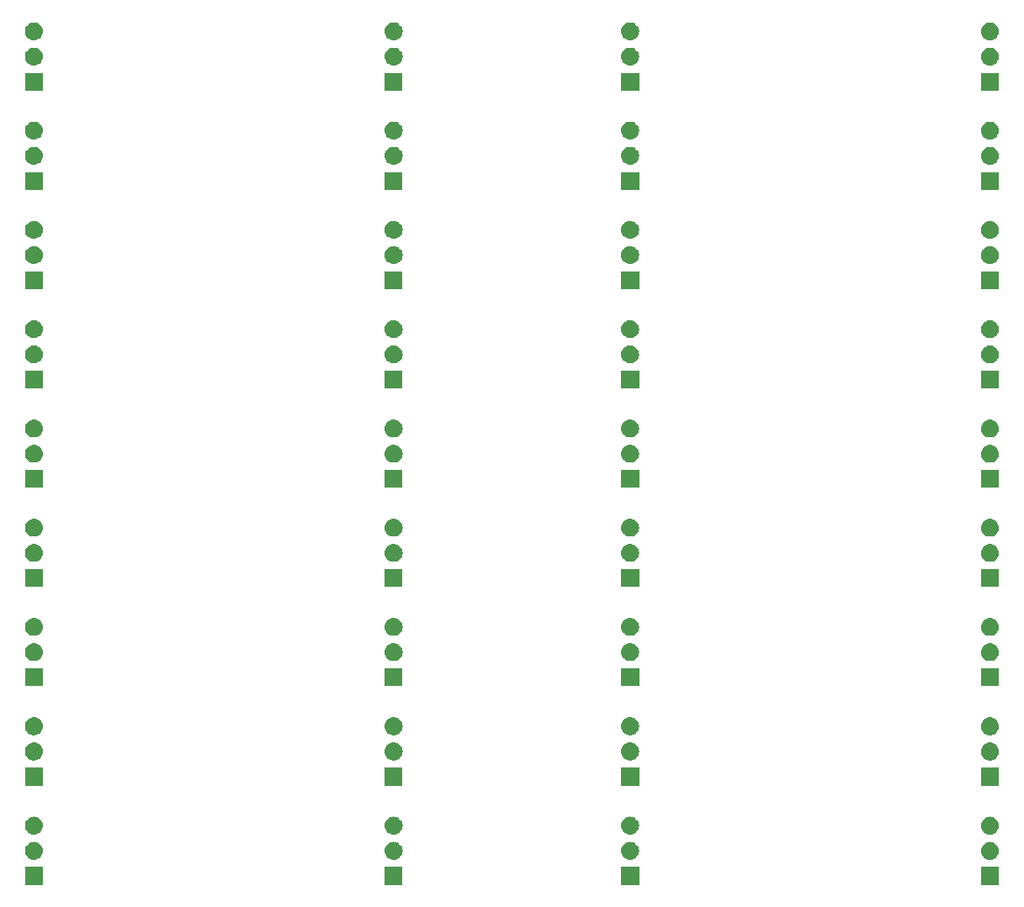
<source format=gbr>
G04 #@! TF.GenerationSoftware,KiCad,Pcbnew,(5.0.2)-1*
G04 #@! TF.CreationDate,2019-05-18T23:58:48-05:00*
G04 #@! TF.ProjectId,pixelote,70697865-6c6f-4746-952e-6b696361645f,rev?*
G04 #@! TF.SameCoordinates,Original*
G04 #@! TF.FileFunction,Soldermask,Bot*
G04 #@! TF.FilePolarity,Negative*
%FSLAX46Y46*%
G04 Gerber Fmt 4.6, Leading zero omitted, Abs format (unit mm)*
G04 Created by KiCad (PCBNEW (5.0.2)-1) date 5/18/2019 11:58:48 PM*
%MOMM*%
%LPD*%
G01*
G04 APERTURE LIST*
%ADD10C,0.100000*%
G04 APERTURE END LIST*
D10*
G36*
X92951000Y-138341000D02*
X91149000Y-138341000D01*
X91149000Y-136539000D01*
X92951000Y-136539000D01*
X92951000Y-138341000D01*
X92951000Y-138341000D01*
G37*
G36*
X152951000Y-138341000D02*
X151149000Y-138341000D01*
X151149000Y-136539000D01*
X152951000Y-136539000D01*
X152951000Y-138341000D01*
X152951000Y-138341000D01*
G37*
G36*
X189151000Y-138341000D02*
X187349000Y-138341000D01*
X187349000Y-136539000D01*
X189151000Y-136539000D01*
X189151000Y-138341000D01*
X189151000Y-138341000D01*
G37*
G36*
X129151000Y-138341000D02*
X127349000Y-138341000D01*
X127349000Y-136539000D01*
X129151000Y-136539000D01*
X129151000Y-138341000D01*
X129151000Y-138341000D01*
G37*
G36*
X128360443Y-134005519D02*
X128426627Y-134012037D01*
X128539853Y-134046384D01*
X128596467Y-134063557D01*
X128735087Y-134137652D01*
X128752991Y-134147222D01*
X128788729Y-134176552D01*
X128890186Y-134259814D01*
X128973448Y-134361271D01*
X129002778Y-134397009D01*
X129002779Y-134397011D01*
X129086443Y-134553533D01*
X129086443Y-134553534D01*
X129137963Y-134723373D01*
X129155359Y-134900000D01*
X129137963Y-135076627D01*
X129103616Y-135189853D01*
X129086443Y-135246467D01*
X129012348Y-135385087D01*
X129002778Y-135402991D01*
X128973448Y-135438729D01*
X128890186Y-135540186D01*
X128788729Y-135623448D01*
X128752991Y-135652778D01*
X128752989Y-135652779D01*
X128596467Y-135736443D01*
X128539853Y-135753616D01*
X128426627Y-135787963D01*
X128360443Y-135794481D01*
X128294260Y-135801000D01*
X128205740Y-135801000D01*
X128139557Y-135794481D01*
X128073373Y-135787963D01*
X127960147Y-135753616D01*
X127903533Y-135736443D01*
X127747011Y-135652779D01*
X127747009Y-135652778D01*
X127711271Y-135623448D01*
X127609814Y-135540186D01*
X127526552Y-135438729D01*
X127497222Y-135402991D01*
X127487652Y-135385087D01*
X127413557Y-135246467D01*
X127396384Y-135189853D01*
X127362037Y-135076627D01*
X127344641Y-134900000D01*
X127362037Y-134723373D01*
X127413557Y-134553534D01*
X127413557Y-134553533D01*
X127497221Y-134397011D01*
X127497222Y-134397009D01*
X127526552Y-134361271D01*
X127609814Y-134259814D01*
X127711271Y-134176552D01*
X127747009Y-134147222D01*
X127764913Y-134137652D01*
X127903533Y-134063557D01*
X127960147Y-134046384D01*
X128073373Y-134012037D01*
X128139557Y-134005519D01*
X128205740Y-133999000D01*
X128294260Y-133999000D01*
X128360443Y-134005519D01*
X128360443Y-134005519D01*
G37*
G36*
X92160443Y-134005519D02*
X92226627Y-134012037D01*
X92339853Y-134046384D01*
X92396467Y-134063557D01*
X92535087Y-134137652D01*
X92552991Y-134147222D01*
X92588729Y-134176552D01*
X92690186Y-134259814D01*
X92773448Y-134361271D01*
X92802778Y-134397009D01*
X92802779Y-134397011D01*
X92886443Y-134553533D01*
X92886443Y-134553534D01*
X92937963Y-134723373D01*
X92955359Y-134900000D01*
X92937963Y-135076627D01*
X92903616Y-135189853D01*
X92886443Y-135246467D01*
X92812348Y-135385087D01*
X92802778Y-135402991D01*
X92773448Y-135438729D01*
X92690186Y-135540186D01*
X92588729Y-135623448D01*
X92552991Y-135652778D01*
X92552989Y-135652779D01*
X92396467Y-135736443D01*
X92339853Y-135753616D01*
X92226627Y-135787963D01*
X92160443Y-135794481D01*
X92094260Y-135801000D01*
X92005740Y-135801000D01*
X91939557Y-135794481D01*
X91873373Y-135787963D01*
X91760147Y-135753616D01*
X91703533Y-135736443D01*
X91547011Y-135652779D01*
X91547009Y-135652778D01*
X91511271Y-135623448D01*
X91409814Y-135540186D01*
X91326552Y-135438729D01*
X91297222Y-135402991D01*
X91287652Y-135385087D01*
X91213557Y-135246467D01*
X91196384Y-135189853D01*
X91162037Y-135076627D01*
X91144641Y-134900000D01*
X91162037Y-134723373D01*
X91213557Y-134553534D01*
X91213557Y-134553533D01*
X91297221Y-134397011D01*
X91297222Y-134397009D01*
X91326552Y-134361271D01*
X91409814Y-134259814D01*
X91511271Y-134176552D01*
X91547009Y-134147222D01*
X91564913Y-134137652D01*
X91703533Y-134063557D01*
X91760147Y-134046384D01*
X91873373Y-134012037D01*
X91939557Y-134005519D01*
X92005740Y-133999000D01*
X92094260Y-133999000D01*
X92160443Y-134005519D01*
X92160443Y-134005519D01*
G37*
G36*
X152160443Y-134005519D02*
X152226627Y-134012037D01*
X152339853Y-134046384D01*
X152396467Y-134063557D01*
X152535087Y-134137652D01*
X152552991Y-134147222D01*
X152588729Y-134176552D01*
X152690186Y-134259814D01*
X152773448Y-134361271D01*
X152802778Y-134397009D01*
X152802779Y-134397011D01*
X152886443Y-134553533D01*
X152886443Y-134553534D01*
X152937963Y-134723373D01*
X152955359Y-134900000D01*
X152937963Y-135076627D01*
X152903616Y-135189853D01*
X152886443Y-135246467D01*
X152812348Y-135385087D01*
X152802778Y-135402991D01*
X152773448Y-135438729D01*
X152690186Y-135540186D01*
X152588729Y-135623448D01*
X152552991Y-135652778D01*
X152552989Y-135652779D01*
X152396467Y-135736443D01*
X152339853Y-135753616D01*
X152226627Y-135787963D01*
X152160443Y-135794481D01*
X152094260Y-135801000D01*
X152005740Y-135801000D01*
X151939557Y-135794481D01*
X151873373Y-135787963D01*
X151760147Y-135753616D01*
X151703533Y-135736443D01*
X151547011Y-135652779D01*
X151547009Y-135652778D01*
X151511271Y-135623448D01*
X151409814Y-135540186D01*
X151326552Y-135438729D01*
X151297222Y-135402991D01*
X151287652Y-135385087D01*
X151213557Y-135246467D01*
X151196384Y-135189853D01*
X151162037Y-135076627D01*
X151144641Y-134900000D01*
X151162037Y-134723373D01*
X151213557Y-134553534D01*
X151213557Y-134553533D01*
X151297221Y-134397011D01*
X151297222Y-134397009D01*
X151326552Y-134361271D01*
X151409814Y-134259814D01*
X151511271Y-134176552D01*
X151547009Y-134147222D01*
X151564913Y-134137652D01*
X151703533Y-134063557D01*
X151760147Y-134046384D01*
X151873373Y-134012037D01*
X151939557Y-134005519D01*
X152005740Y-133999000D01*
X152094260Y-133999000D01*
X152160443Y-134005519D01*
X152160443Y-134005519D01*
G37*
G36*
X188360443Y-134005519D02*
X188426627Y-134012037D01*
X188539853Y-134046384D01*
X188596467Y-134063557D01*
X188735087Y-134137652D01*
X188752991Y-134147222D01*
X188788729Y-134176552D01*
X188890186Y-134259814D01*
X188973448Y-134361271D01*
X189002778Y-134397009D01*
X189002779Y-134397011D01*
X189086443Y-134553533D01*
X189086443Y-134553534D01*
X189137963Y-134723373D01*
X189155359Y-134900000D01*
X189137963Y-135076627D01*
X189103616Y-135189853D01*
X189086443Y-135246467D01*
X189012348Y-135385087D01*
X189002778Y-135402991D01*
X188973448Y-135438729D01*
X188890186Y-135540186D01*
X188788729Y-135623448D01*
X188752991Y-135652778D01*
X188752989Y-135652779D01*
X188596467Y-135736443D01*
X188539853Y-135753616D01*
X188426627Y-135787963D01*
X188360443Y-135794481D01*
X188294260Y-135801000D01*
X188205740Y-135801000D01*
X188139557Y-135794481D01*
X188073373Y-135787963D01*
X187960147Y-135753616D01*
X187903533Y-135736443D01*
X187747011Y-135652779D01*
X187747009Y-135652778D01*
X187711271Y-135623448D01*
X187609814Y-135540186D01*
X187526552Y-135438729D01*
X187497222Y-135402991D01*
X187487652Y-135385087D01*
X187413557Y-135246467D01*
X187396384Y-135189853D01*
X187362037Y-135076627D01*
X187344641Y-134900000D01*
X187362037Y-134723373D01*
X187413557Y-134553534D01*
X187413557Y-134553533D01*
X187497221Y-134397011D01*
X187497222Y-134397009D01*
X187526552Y-134361271D01*
X187609814Y-134259814D01*
X187711271Y-134176552D01*
X187747009Y-134147222D01*
X187764913Y-134137652D01*
X187903533Y-134063557D01*
X187960147Y-134046384D01*
X188073373Y-134012037D01*
X188139557Y-134005519D01*
X188205740Y-133999000D01*
X188294260Y-133999000D01*
X188360443Y-134005519D01*
X188360443Y-134005519D01*
G37*
G36*
X188360443Y-131465519D02*
X188426627Y-131472037D01*
X188539853Y-131506384D01*
X188596467Y-131523557D01*
X188735087Y-131597652D01*
X188752991Y-131607222D01*
X188788729Y-131636552D01*
X188890186Y-131719814D01*
X188973448Y-131821271D01*
X189002778Y-131857009D01*
X189002779Y-131857011D01*
X189086443Y-132013533D01*
X189086443Y-132013534D01*
X189137963Y-132183373D01*
X189155359Y-132360000D01*
X189137963Y-132536627D01*
X189103616Y-132649853D01*
X189086443Y-132706467D01*
X189012348Y-132845087D01*
X189002778Y-132862991D01*
X188973448Y-132898729D01*
X188890186Y-133000186D01*
X188788729Y-133083448D01*
X188752991Y-133112778D01*
X188752989Y-133112779D01*
X188596467Y-133196443D01*
X188539853Y-133213616D01*
X188426627Y-133247963D01*
X188360442Y-133254482D01*
X188294260Y-133261000D01*
X188205740Y-133261000D01*
X188139558Y-133254482D01*
X188073373Y-133247963D01*
X187960147Y-133213616D01*
X187903533Y-133196443D01*
X187747011Y-133112779D01*
X187747009Y-133112778D01*
X187711271Y-133083448D01*
X187609814Y-133000186D01*
X187526552Y-132898729D01*
X187497222Y-132862991D01*
X187487652Y-132845087D01*
X187413557Y-132706467D01*
X187396384Y-132649853D01*
X187362037Y-132536627D01*
X187344641Y-132360000D01*
X187362037Y-132183373D01*
X187413557Y-132013534D01*
X187413557Y-132013533D01*
X187497221Y-131857011D01*
X187497222Y-131857009D01*
X187526552Y-131821271D01*
X187609814Y-131719814D01*
X187711271Y-131636552D01*
X187747009Y-131607222D01*
X187764913Y-131597652D01*
X187903533Y-131523557D01*
X187960147Y-131506384D01*
X188073373Y-131472037D01*
X188139557Y-131465519D01*
X188205740Y-131459000D01*
X188294260Y-131459000D01*
X188360443Y-131465519D01*
X188360443Y-131465519D01*
G37*
G36*
X92160443Y-131465519D02*
X92226627Y-131472037D01*
X92339853Y-131506384D01*
X92396467Y-131523557D01*
X92535087Y-131597652D01*
X92552991Y-131607222D01*
X92588729Y-131636552D01*
X92690186Y-131719814D01*
X92773448Y-131821271D01*
X92802778Y-131857009D01*
X92802779Y-131857011D01*
X92886443Y-132013533D01*
X92886443Y-132013534D01*
X92937963Y-132183373D01*
X92955359Y-132360000D01*
X92937963Y-132536627D01*
X92903616Y-132649853D01*
X92886443Y-132706467D01*
X92812348Y-132845087D01*
X92802778Y-132862991D01*
X92773448Y-132898729D01*
X92690186Y-133000186D01*
X92588729Y-133083448D01*
X92552991Y-133112778D01*
X92552989Y-133112779D01*
X92396467Y-133196443D01*
X92339853Y-133213616D01*
X92226627Y-133247963D01*
X92160442Y-133254482D01*
X92094260Y-133261000D01*
X92005740Y-133261000D01*
X91939558Y-133254482D01*
X91873373Y-133247963D01*
X91760147Y-133213616D01*
X91703533Y-133196443D01*
X91547011Y-133112779D01*
X91547009Y-133112778D01*
X91511271Y-133083448D01*
X91409814Y-133000186D01*
X91326552Y-132898729D01*
X91297222Y-132862991D01*
X91287652Y-132845087D01*
X91213557Y-132706467D01*
X91196384Y-132649853D01*
X91162037Y-132536627D01*
X91144641Y-132360000D01*
X91162037Y-132183373D01*
X91213557Y-132013534D01*
X91213557Y-132013533D01*
X91297221Y-131857011D01*
X91297222Y-131857009D01*
X91326552Y-131821271D01*
X91409814Y-131719814D01*
X91511271Y-131636552D01*
X91547009Y-131607222D01*
X91564913Y-131597652D01*
X91703533Y-131523557D01*
X91760147Y-131506384D01*
X91873373Y-131472037D01*
X91939557Y-131465519D01*
X92005740Y-131459000D01*
X92094260Y-131459000D01*
X92160443Y-131465519D01*
X92160443Y-131465519D01*
G37*
G36*
X152160443Y-131465519D02*
X152226627Y-131472037D01*
X152339853Y-131506384D01*
X152396467Y-131523557D01*
X152535087Y-131597652D01*
X152552991Y-131607222D01*
X152588729Y-131636552D01*
X152690186Y-131719814D01*
X152773448Y-131821271D01*
X152802778Y-131857009D01*
X152802779Y-131857011D01*
X152886443Y-132013533D01*
X152886443Y-132013534D01*
X152937963Y-132183373D01*
X152955359Y-132360000D01*
X152937963Y-132536627D01*
X152903616Y-132649853D01*
X152886443Y-132706467D01*
X152812348Y-132845087D01*
X152802778Y-132862991D01*
X152773448Y-132898729D01*
X152690186Y-133000186D01*
X152588729Y-133083448D01*
X152552991Y-133112778D01*
X152552989Y-133112779D01*
X152396467Y-133196443D01*
X152339853Y-133213616D01*
X152226627Y-133247963D01*
X152160442Y-133254482D01*
X152094260Y-133261000D01*
X152005740Y-133261000D01*
X151939558Y-133254482D01*
X151873373Y-133247963D01*
X151760147Y-133213616D01*
X151703533Y-133196443D01*
X151547011Y-133112779D01*
X151547009Y-133112778D01*
X151511271Y-133083448D01*
X151409814Y-133000186D01*
X151326552Y-132898729D01*
X151297222Y-132862991D01*
X151287652Y-132845087D01*
X151213557Y-132706467D01*
X151196384Y-132649853D01*
X151162037Y-132536627D01*
X151144641Y-132360000D01*
X151162037Y-132183373D01*
X151213557Y-132013534D01*
X151213557Y-132013533D01*
X151297221Y-131857011D01*
X151297222Y-131857009D01*
X151326552Y-131821271D01*
X151409814Y-131719814D01*
X151511271Y-131636552D01*
X151547009Y-131607222D01*
X151564913Y-131597652D01*
X151703533Y-131523557D01*
X151760147Y-131506384D01*
X151873373Y-131472037D01*
X151939557Y-131465519D01*
X152005740Y-131459000D01*
X152094260Y-131459000D01*
X152160443Y-131465519D01*
X152160443Y-131465519D01*
G37*
G36*
X128360443Y-131465519D02*
X128426627Y-131472037D01*
X128539853Y-131506384D01*
X128596467Y-131523557D01*
X128735087Y-131597652D01*
X128752991Y-131607222D01*
X128788729Y-131636552D01*
X128890186Y-131719814D01*
X128973448Y-131821271D01*
X129002778Y-131857009D01*
X129002779Y-131857011D01*
X129086443Y-132013533D01*
X129086443Y-132013534D01*
X129137963Y-132183373D01*
X129155359Y-132360000D01*
X129137963Y-132536627D01*
X129103616Y-132649853D01*
X129086443Y-132706467D01*
X129012348Y-132845087D01*
X129002778Y-132862991D01*
X128973448Y-132898729D01*
X128890186Y-133000186D01*
X128788729Y-133083448D01*
X128752991Y-133112778D01*
X128752989Y-133112779D01*
X128596467Y-133196443D01*
X128539853Y-133213616D01*
X128426627Y-133247963D01*
X128360442Y-133254482D01*
X128294260Y-133261000D01*
X128205740Y-133261000D01*
X128139558Y-133254482D01*
X128073373Y-133247963D01*
X127960147Y-133213616D01*
X127903533Y-133196443D01*
X127747011Y-133112779D01*
X127747009Y-133112778D01*
X127711271Y-133083448D01*
X127609814Y-133000186D01*
X127526552Y-132898729D01*
X127497222Y-132862991D01*
X127487652Y-132845087D01*
X127413557Y-132706467D01*
X127396384Y-132649853D01*
X127362037Y-132536627D01*
X127344641Y-132360000D01*
X127362037Y-132183373D01*
X127413557Y-132013534D01*
X127413557Y-132013533D01*
X127497221Y-131857011D01*
X127497222Y-131857009D01*
X127526552Y-131821271D01*
X127609814Y-131719814D01*
X127711271Y-131636552D01*
X127747009Y-131607222D01*
X127764913Y-131597652D01*
X127903533Y-131523557D01*
X127960147Y-131506384D01*
X128073373Y-131472037D01*
X128139557Y-131465519D01*
X128205740Y-131459000D01*
X128294260Y-131459000D01*
X128360443Y-131465519D01*
X128360443Y-131465519D01*
G37*
G36*
X129151000Y-128341000D02*
X127349000Y-128341000D01*
X127349000Y-126539000D01*
X129151000Y-126539000D01*
X129151000Y-128341000D01*
X129151000Y-128341000D01*
G37*
G36*
X92951000Y-128341000D02*
X91149000Y-128341000D01*
X91149000Y-126539000D01*
X92951000Y-126539000D01*
X92951000Y-128341000D01*
X92951000Y-128341000D01*
G37*
G36*
X189151000Y-128341000D02*
X187349000Y-128341000D01*
X187349000Y-126539000D01*
X189151000Y-126539000D01*
X189151000Y-128341000D01*
X189151000Y-128341000D01*
G37*
G36*
X152951000Y-128341000D02*
X151149000Y-128341000D01*
X151149000Y-126539000D01*
X152951000Y-126539000D01*
X152951000Y-128341000D01*
X152951000Y-128341000D01*
G37*
G36*
X188360442Y-124005518D02*
X188426627Y-124012037D01*
X188539853Y-124046384D01*
X188596467Y-124063557D01*
X188735087Y-124137652D01*
X188752991Y-124147222D01*
X188788729Y-124176552D01*
X188890186Y-124259814D01*
X188973448Y-124361271D01*
X189002778Y-124397009D01*
X189002779Y-124397011D01*
X189086443Y-124553533D01*
X189086443Y-124553534D01*
X189137963Y-124723373D01*
X189155359Y-124900000D01*
X189137963Y-125076627D01*
X189103616Y-125189853D01*
X189086443Y-125246467D01*
X189012348Y-125385087D01*
X189002778Y-125402991D01*
X188973448Y-125438729D01*
X188890186Y-125540186D01*
X188788729Y-125623448D01*
X188752991Y-125652778D01*
X188752989Y-125652779D01*
X188596467Y-125736443D01*
X188539853Y-125753616D01*
X188426627Y-125787963D01*
X188360443Y-125794481D01*
X188294260Y-125801000D01*
X188205740Y-125801000D01*
X188139557Y-125794481D01*
X188073373Y-125787963D01*
X187960147Y-125753616D01*
X187903533Y-125736443D01*
X187747011Y-125652779D01*
X187747009Y-125652778D01*
X187711271Y-125623448D01*
X187609814Y-125540186D01*
X187526552Y-125438729D01*
X187497222Y-125402991D01*
X187487652Y-125385087D01*
X187413557Y-125246467D01*
X187396384Y-125189853D01*
X187362037Y-125076627D01*
X187344641Y-124900000D01*
X187362037Y-124723373D01*
X187413557Y-124553534D01*
X187413557Y-124553533D01*
X187497221Y-124397011D01*
X187497222Y-124397009D01*
X187526552Y-124361271D01*
X187609814Y-124259814D01*
X187711271Y-124176552D01*
X187747009Y-124147222D01*
X187764913Y-124137652D01*
X187903533Y-124063557D01*
X187960147Y-124046384D01*
X188073373Y-124012037D01*
X188139558Y-124005518D01*
X188205740Y-123999000D01*
X188294260Y-123999000D01*
X188360442Y-124005518D01*
X188360442Y-124005518D01*
G37*
G36*
X128360442Y-124005518D02*
X128426627Y-124012037D01*
X128539853Y-124046384D01*
X128596467Y-124063557D01*
X128735087Y-124137652D01*
X128752991Y-124147222D01*
X128788729Y-124176552D01*
X128890186Y-124259814D01*
X128973448Y-124361271D01*
X129002778Y-124397009D01*
X129002779Y-124397011D01*
X129086443Y-124553533D01*
X129086443Y-124553534D01*
X129137963Y-124723373D01*
X129155359Y-124900000D01*
X129137963Y-125076627D01*
X129103616Y-125189853D01*
X129086443Y-125246467D01*
X129012348Y-125385087D01*
X129002778Y-125402991D01*
X128973448Y-125438729D01*
X128890186Y-125540186D01*
X128788729Y-125623448D01*
X128752991Y-125652778D01*
X128752989Y-125652779D01*
X128596467Y-125736443D01*
X128539853Y-125753616D01*
X128426627Y-125787963D01*
X128360443Y-125794481D01*
X128294260Y-125801000D01*
X128205740Y-125801000D01*
X128139557Y-125794481D01*
X128073373Y-125787963D01*
X127960147Y-125753616D01*
X127903533Y-125736443D01*
X127747011Y-125652779D01*
X127747009Y-125652778D01*
X127711271Y-125623448D01*
X127609814Y-125540186D01*
X127526552Y-125438729D01*
X127497222Y-125402991D01*
X127487652Y-125385087D01*
X127413557Y-125246467D01*
X127396384Y-125189853D01*
X127362037Y-125076627D01*
X127344641Y-124900000D01*
X127362037Y-124723373D01*
X127413557Y-124553534D01*
X127413557Y-124553533D01*
X127497221Y-124397011D01*
X127497222Y-124397009D01*
X127526552Y-124361271D01*
X127609814Y-124259814D01*
X127711271Y-124176552D01*
X127747009Y-124147222D01*
X127764913Y-124137652D01*
X127903533Y-124063557D01*
X127960147Y-124046384D01*
X128073373Y-124012037D01*
X128139558Y-124005518D01*
X128205740Y-123999000D01*
X128294260Y-123999000D01*
X128360442Y-124005518D01*
X128360442Y-124005518D01*
G37*
G36*
X152160442Y-124005518D02*
X152226627Y-124012037D01*
X152339853Y-124046384D01*
X152396467Y-124063557D01*
X152535087Y-124137652D01*
X152552991Y-124147222D01*
X152588729Y-124176552D01*
X152690186Y-124259814D01*
X152773448Y-124361271D01*
X152802778Y-124397009D01*
X152802779Y-124397011D01*
X152886443Y-124553533D01*
X152886443Y-124553534D01*
X152937963Y-124723373D01*
X152955359Y-124900000D01*
X152937963Y-125076627D01*
X152903616Y-125189853D01*
X152886443Y-125246467D01*
X152812348Y-125385087D01*
X152802778Y-125402991D01*
X152773448Y-125438729D01*
X152690186Y-125540186D01*
X152588729Y-125623448D01*
X152552991Y-125652778D01*
X152552989Y-125652779D01*
X152396467Y-125736443D01*
X152339853Y-125753616D01*
X152226627Y-125787963D01*
X152160443Y-125794481D01*
X152094260Y-125801000D01*
X152005740Y-125801000D01*
X151939557Y-125794481D01*
X151873373Y-125787963D01*
X151760147Y-125753616D01*
X151703533Y-125736443D01*
X151547011Y-125652779D01*
X151547009Y-125652778D01*
X151511271Y-125623448D01*
X151409814Y-125540186D01*
X151326552Y-125438729D01*
X151297222Y-125402991D01*
X151287652Y-125385087D01*
X151213557Y-125246467D01*
X151196384Y-125189853D01*
X151162037Y-125076627D01*
X151144641Y-124900000D01*
X151162037Y-124723373D01*
X151213557Y-124553534D01*
X151213557Y-124553533D01*
X151297221Y-124397011D01*
X151297222Y-124397009D01*
X151326552Y-124361271D01*
X151409814Y-124259814D01*
X151511271Y-124176552D01*
X151547009Y-124147222D01*
X151564913Y-124137652D01*
X151703533Y-124063557D01*
X151760147Y-124046384D01*
X151873373Y-124012037D01*
X151939558Y-124005518D01*
X152005740Y-123999000D01*
X152094260Y-123999000D01*
X152160442Y-124005518D01*
X152160442Y-124005518D01*
G37*
G36*
X92160442Y-124005518D02*
X92226627Y-124012037D01*
X92339853Y-124046384D01*
X92396467Y-124063557D01*
X92535087Y-124137652D01*
X92552991Y-124147222D01*
X92588729Y-124176552D01*
X92690186Y-124259814D01*
X92773448Y-124361271D01*
X92802778Y-124397009D01*
X92802779Y-124397011D01*
X92886443Y-124553533D01*
X92886443Y-124553534D01*
X92937963Y-124723373D01*
X92955359Y-124900000D01*
X92937963Y-125076627D01*
X92903616Y-125189853D01*
X92886443Y-125246467D01*
X92812348Y-125385087D01*
X92802778Y-125402991D01*
X92773448Y-125438729D01*
X92690186Y-125540186D01*
X92588729Y-125623448D01*
X92552991Y-125652778D01*
X92552989Y-125652779D01*
X92396467Y-125736443D01*
X92339853Y-125753616D01*
X92226627Y-125787963D01*
X92160443Y-125794481D01*
X92094260Y-125801000D01*
X92005740Y-125801000D01*
X91939557Y-125794481D01*
X91873373Y-125787963D01*
X91760147Y-125753616D01*
X91703533Y-125736443D01*
X91547011Y-125652779D01*
X91547009Y-125652778D01*
X91511271Y-125623448D01*
X91409814Y-125540186D01*
X91326552Y-125438729D01*
X91297222Y-125402991D01*
X91287652Y-125385087D01*
X91213557Y-125246467D01*
X91196384Y-125189853D01*
X91162037Y-125076627D01*
X91144641Y-124900000D01*
X91162037Y-124723373D01*
X91213557Y-124553534D01*
X91213557Y-124553533D01*
X91297221Y-124397011D01*
X91297222Y-124397009D01*
X91326552Y-124361271D01*
X91409814Y-124259814D01*
X91511271Y-124176552D01*
X91547009Y-124147222D01*
X91564913Y-124137652D01*
X91703533Y-124063557D01*
X91760147Y-124046384D01*
X91873373Y-124012037D01*
X91939558Y-124005518D01*
X92005740Y-123999000D01*
X92094260Y-123999000D01*
X92160442Y-124005518D01*
X92160442Y-124005518D01*
G37*
G36*
X188360442Y-121465518D02*
X188426627Y-121472037D01*
X188539853Y-121506384D01*
X188596467Y-121523557D01*
X188735087Y-121597652D01*
X188752991Y-121607222D01*
X188788729Y-121636552D01*
X188890186Y-121719814D01*
X188973448Y-121821271D01*
X189002778Y-121857009D01*
X189002779Y-121857011D01*
X189086443Y-122013533D01*
X189086443Y-122013534D01*
X189137963Y-122183373D01*
X189155359Y-122360000D01*
X189137963Y-122536627D01*
X189103616Y-122649853D01*
X189086443Y-122706467D01*
X189012348Y-122845087D01*
X189002778Y-122862991D01*
X188973448Y-122898729D01*
X188890186Y-123000186D01*
X188788729Y-123083448D01*
X188752991Y-123112778D01*
X188752989Y-123112779D01*
X188596467Y-123196443D01*
X188539853Y-123213616D01*
X188426627Y-123247963D01*
X188360442Y-123254482D01*
X188294260Y-123261000D01*
X188205740Y-123261000D01*
X188139558Y-123254482D01*
X188073373Y-123247963D01*
X187960147Y-123213616D01*
X187903533Y-123196443D01*
X187747011Y-123112779D01*
X187747009Y-123112778D01*
X187711271Y-123083448D01*
X187609814Y-123000186D01*
X187526552Y-122898729D01*
X187497222Y-122862991D01*
X187487652Y-122845087D01*
X187413557Y-122706467D01*
X187396384Y-122649853D01*
X187362037Y-122536627D01*
X187344641Y-122360000D01*
X187362037Y-122183373D01*
X187413557Y-122013534D01*
X187413557Y-122013533D01*
X187497221Y-121857011D01*
X187497222Y-121857009D01*
X187526552Y-121821271D01*
X187609814Y-121719814D01*
X187711271Y-121636552D01*
X187747009Y-121607222D01*
X187764913Y-121597652D01*
X187903533Y-121523557D01*
X187960147Y-121506384D01*
X188073373Y-121472037D01*
X188139558Y-121465518D01*
X188205740Y-121459000D01*
X188294260Y-121459000D01*
X188360442Y-121465518D01*
X188360442Y-121465518D01*
G37*
G36*
X128360442Y-121465518D02*
X128426627Y-121472037D01*
X128539853Y-121506384D01*
X128596467Y-121523557D01*
X128735087Y-121597652D01*
X128752991Y-121607222D01*
X128788729Y-121636552D01*
X128890186Y-121719814D01*
X128973448Y-121821271D01*
X129002778Y-121857009D01*
X129002779Y-121857011D01*
X129086443Y-122013533D01*
X129086443Y-122013534D01*
X129137963Y-122183373D01*
X129155359Y-122360000D01*
X129137963Y-122536627D01*
X129103616Y-122649853D01*
X129086443Y-122706467D01*
X129012348Y-122845087D01*
X129002778Y-122862991D01*
X128973448Y-122898729D01*
X128890186Y-123000186D01*
X128788729Y-123083448D01*
X128752991Y-123112778D01*
X128752989Y-123112779D01*
X128596467Y-123196443D01*
X128539853Y-123213616D01*
X128426627Y-123247963D01*
X128360442Y-123254482D01*
X128294260Y-123261000D01*
X128205740Y-123261000D01*
X128139558Y-123254482D01*
X128073373Y-123247963D01*
X127960147Y-123213616D01*
X127903533Y-123196443D01*
X127747011Y-123112779D01*
X127747009Y-123112778D01*
X127711271Y-123083448D01*
X127609814Y-123000186D01*
X127526552Y-122898729D01*
X127497222Y-122862991D01*
X127487652Y-122845087D01*
X127413557Y-122706467D01*
X127396384Y-122649853D01*
X127362037Y-122536627D01*
X127344641Y-122360000D01*
X127362037Y-122183373D01*
X127413557Y-122013534D01*
X127413557Y-122013533D01*
X127497221Y-121857011D01*
X127497222Y-121857009D01*
X127526552Y-121821271D01*
X127609814Y-121719814D01*
X127711271Y-121636552D01*
X127747009Y-121607222D01*
X127764913Y-121597652D01*
X127903533Y-121523557D01*
X127960147Y-121506384D01*
X128073373Y-121472037D01*
X128139558Y-121465518D01*
X128205740Y-121459000D01*
X128294260Y-121459000D01*
X128360442Y-121465518D01*
X128360442Y-121465518D01*
G37*
G36*
X152160442Y-121465518D02*
X152226627Y-121472037D01*
X152339853Y-121506384D01*
X152396467Y-121523557D01*
X152535087Y-121597652D01*
X152552991Y-121607222D01*
X152588729Y-121636552D01*
X152690186Y-121719814D01*
X152773448Y-121821271D01*
X152802778Y-121857009D01*
X152802779Y-121857011D01*
X152886443Y-122013533D01*
X152886443Y-122013534D01*
X152937963Y-122183373D01*
X152955359Y-122360000D01*
X152937963Y-122536627D01*
X152903616Y-122649853D01*
X152886443Y-122706467D01*
X152812348Y-122845087D01*
X152802778Y-122862991D01*
X152773448Y-122898729D01*
X152690186Y-123000186D01*
X152588729Y-123083448D01*
X152552991Y-123112778D01*
X152552989Y-123112779D01*
X152396467Y-123196443D01*
X152339853Y-123213616D01*
X152226627Y-123247963D01*
X152160442Y-123254482D01*
X152094260Y-123261000D01*
X152005740Y-123261000D01*
X151939558Y-123254482D01*
X151873373Y-123247963D01*
X151760147Y-123213616D01*
X151703533Y-123196443D01*
X151547011Y-123112779D01*
X151547009Y-123112778D01*
X151511271Y-123083448D01*
X151409814Y-123000186D01*
X151326552Y-122898729D01*
X151297222Y-122862991D01*
X151287652Y-122845087D01*
X151213557Y-122706467D01*
X151196384Y-122649853D01*
X151162037Y-122536627D01*
X151144641Y-122360000D01*
X151162037Y-122183373D01*
X151213557Y-122013534D01*
X151213557Y-122013533D01*
X151297221Y-121857011D01*
X151297222Y-121857009D01*
X151326552Y-121821271D01*
X151409814Y-121719814D01*
X151511271Y-121636552D01*
X151547009Y-121607222D01*
X151564913Y-121597652D01*
X151703533Y-121523557D01*
X151760147Y-121506384D01*
X151873373Y-121472037D01*
X151939558Y-121465518D01*
X152005740Y-121459000D01*
X152094260Y-121459000D01*
X152160442Y-121465518D01*
X152160442Y-121465518D01*
G37*
G36*
X92160442Y-121465518D02*
X92226627Y-121472037D01*
X92339853Y-121506384D01*
X92396467Y-121523557D01*
X92535087Y-121597652D01*
X92552991Y-121607222D01*
X92588729Y-121636552D01*
X92690186Y-121719814D01*
X92773448Y-121821271D01*
X92802778Y-121857009D01*
X92802779Y-121857011D01*
X92886443Y-122013533D01*
X92886443Y-122013534D01*
X92937963Y-122183373D01*
X92955359Y-122360000D01*
X92937963Y-122536627D01*
X92903616Y-122649853D01*
X92886443Y-122706467D01*
X92812348Y-122845087D01*
X92802778Y-122862991D01*
X92773448Y-122898729D01*
X92690186Y-123000186D01*
X92588729Y-123083448D01*
X92552991Y-123112778D01*
X92552989Y-123112779D01*
X92396467Y-123196443D01*
X92339853Y-123213616D01*
X92226627Y-123247963D01*
X92160442Y-123254482D01*
X92094260Y-123261000D01*
X92005740Y-123261000D01*
X91939558Y-123254482D01*
X91873373Y-123247963D01*
X91760147Y-123213616D01*
X91703533Y-123196443D01*
X91547011Y-123112779D01*
X91547009Y-123112778D01*
X91511271Y-123083448D01*
X91409814Y-123000186D01*
X91326552Y-122898729D01*
X91297222Y-122862991D01*
X91287652Y-122845087D01*
X91213557Y-122706467D01*
X91196384Y-122649853D01*
X91162037Y-122536627D01*
X91144641Y-122360000D01*
X91162037Y-122183373D01*
X91213557Y-122013534D01*
X91213557Y-122013533D01*
X91297221Y-121857011D01*
X91297222Y-121857009D01*
X91326552Y-121821271D01*
X91409814Y-121719814D01*
X91511271Y-121636552D01*
X91547009Y-121607222D01*
X91564913Y-121597652D01*
X91703533Y-121523557D01*
X91760147Y-121506384D01*
X91873373Y-121472037D01*
X91939558Y-121465518D01*
X92005740Y-121459000D01*
X92094260Y-121459000D01*
X92160442Y-121465518D01*
X92160442Y-121465518D01*
G37*
G36*
X92951000Y-118341000D02*
X91149000Y-118341000D01*
X91149000Y-116539000D01*
X92951000Y-116539000D01*
X92951000Y-118341000D01*
X92951000Y-118341000D01*
G37*
G36*
X189151000Y-118341000D02*
X187349000Y-118341000D01*
X187349000Y-116539000D01*
X189151000Y-116539000D01*
X189151000Y-118341000D01*
X189151000Y-118341000D01*
G37*
G36*
X152951000Y-118341000D02*
X151149000Y-118341000D01*
X151149000Y-116539000D01*
X152951000Y-116539000D01*
X152951000Y-118341000D01*
X152951000Y-118341000D01*
G37*
G36*
X129151000Y-118341000D02*
X127349000Y-118341000D01*
X127349000Y-116539000D01*
X129151000Y-116539000D01*
X129151000Y-118341000D01*
X129151000Y-118341000D01*
G37*
G36*
X188360442Y-114005518D02*
X188426627Y-114012037D01*
X188539853Y-114046384D01*
X188596467Y-114063557D01*
X188735087Y-114137652D01*
X188752991Y-114147222D01*
X188788729Y-114176552D01*
X188890186Y-114259814D01*
X188973448Y-114361271D01*
X189002778Y-114397009D01*
X189002779Y-114397011D01*
X189086443Y-114553533D01*
X189086443Y-114553534D01*
X189137963Y-114723373D01*
X189155359Y-114900000D01*
X189137963Y-115076627D01*
X189103616Y-115189853D01*
X189086443Y-115246467D01*
X189012348Y-115385087D01*
X189002778Y-115402991D01*
X188973448Y-115438729D01*
X188890186Y-115540186D01*
X188788729Y-115623448D01*
X188752991Y-115652778D01*
X188752989Y-115652779D01*
X188596467Y-115736443D01*
X188539853Y-115753616D01*
X188426627Y-115787963D01*
X188360443Y-115794481D01*
X188294260Y-115801000D01*
X188205740Y-115801000D01*
X188139557Y-115794481D01*
X188073373Y-115787963D01*
X187960147Y-115753616D01*
X187903533Y-115736443D01*
X187747011Y-115652779D01*
X187747009Y-115652778D01*
X187711271Y-115623448D01*
X187609814Y-115540186D01*
X187526552Y-115438729D01*
X187497222Y-115402991D01*
X187487652Y-115385087D01*
X187413557Y-115246467D01*
X187396384Y-115189853D01*
X187362037Y-115076627D01*
X187344641Y-114900000D01*
X187362037Y-114723373D01*
X187413557Y-114553534D01*
X187413557Y-114553533D01*
X187497221Y-114397011D01*
X187497222Y-114397009D01*
X187526552Y-114361271D01*
X187609814Y-114259814D01*
X187711271Y-114176552D01*
X187747009Y-114147222D01*
X187764913Y-114137652D01*
X187903533Y-114063557D01*
X187960147Y-114046384D01*
X188073373Y-114012037D01*
X188139558Y-114005518D01*
X188205740Y-113999000D01*
X188294260Y-113999000D01*
X188360442Y-114005518D01*
X188360442Y-114005518D01*
G37*
G36*
X92160442Y-114005518D02*
X92226627Y-114012037D01*
X92339853Y-114046384D01*
X92396467Y-114063557D01*
X92535087Y-114137652D01*
X92552991Y-114147222D01*
X92588729Y-114176552D01*
X92690186Y-114259814D01*
X92773448Y-114361271D01*
X92802778Y-114397009D01*
X92802779Y-114397011D01*
X92886443Y-114553533D01*
X92886443Y-114553534D01*
X92937963Y-114723373D01*
X92955359Y-114900000D01*
X92937963Y-115076627D01*
X92903616Y-115189853D01*
X92886443Y-115246467D01*
X92812348Y-115385087D01*
X92802778Y-115402991D01*
X92773448Y-115438729D01*
X92690186Y-115540186D01*
X92588729Y-115623448D01*
X92552991Y-115652778D01*
X92552989Y-115652779D01*
X92396467Y-115736443D01*
X92339853Y-115753616D01*
X92226627Y-115787963D01*
X92160443Y-115794481D01*
X92094260Y-115801000D01*
X92005740Y-115801000D01*
X91939557Y-115794481D01*
X91873373Y-115787963D01*
X91760147Y-115753616D01*
X91703533Y-115736443D01*
X91547011Y-115652779D01*
X91547009Y-115652778D01*
X91511271Y-115623448D01*
X91409814Y-115540186D01*
X91326552Y-115438729D01*
X91297222Y-115402991D01*
X91287652Y-115385087D01*
X91213557Y-115246467D01*
X91196384Y-115189853D01*
X91162037Y-115076627D01*
X91144641Y-114900000D01*
X91162037Y-114723373D01*
X91213557Y-114553534D01*
X91213557Y-114553533D01*
X91297221Y-114397011D01*
X91297222Y-114397009D01*
X91326552Y-114361271D01*
X91409814Y-114259814D01*
X91511271Y-114176552D01*
X91547009Y-114147222D01*
X91564913Y-114137652D01*
X91703533Y-114063557D01*
X91760147Y-114046384D01*
X91873373Y-114012037D01*
X91939558Y-114005518D01*
X92005740Y-113999000D01*
X92094260Y-113999000D01*
X92160442Y-114005518D01*
X92160442Y-114005518D01*
G37*
G36*
X152160442Y-114005518D02*
X152226627Y-114012037D01*
X152339853Y-114046384D01*
X152396467Y-114063557D01*
X152535087Y-114137652D01*
X152552991Y-114147222D01*
X152588729Y-114176552D01*
X152690186Y-114259814D01*
X152773448Y-114361271D01*
X152802778Y-114397009D01*
X152802779Y-114397011D01*
X152886443Y-114553533D01*
X152886443Y-114553534D01*
X152937963Y-114723373D01*
X152955359Y-114900000D01*
X152937963Y-115076627D01*
X152903616Y-115189853D01*
X152886443Y-115246467D01*
X152812348Y-115385087D01*
X152802778Y-115402991D01*
X152773448Y-115438729D01*
X152690186Y-115540186D01*
X152588729Y-115623448D01*
X152552991Y-115652778D01*
X152552989Y-115652779D01*
X152396467Y-115736443D01*
X152339853Y-115753616D01*
X152226627Y-115787963D01*
X152160443Y-115794481D01*
X152094260Y-115801000D01*
X152005740Y-115801000D01*
X151939557Y-115794481D01*
X151873373Y-115787963D01*
X151760147Y-115753616D01*
X151703533Y-115736443D01*
X151547011Y-115652779D01*
X151547009Y-115652778D01*
X151511271Y-115623448D01*
X151409814Y-115540186D01*
X151326552Y-115438729D01*
X151297222Y-115402991D01*
X151287652Y-115385087D01*
X151213557Y-115246467D01*
X151196384Y-115189853D01*
X151162037Y-115076627D01*
X151144641Y-114900000D01*
X151162037Y-114723373D01*
X151213557Y-114553534D01*
X151213557Y-114553533D01*
X151297221Y-114397011D01*
X151297222Y-114397009D01*
X151326552Y-114361271D01*
X151409814Y-114259814D01*
X151511271Y-114176552D01*
X151547009Y-114147222D01*
X151564913Y-114137652D01*
X151703533Y-114063557D01*
X151760147Y-114046384D01*
X151873373Y-114012037D01*
X151939558Y-114005518D01*
X152005740Y-113999000D01*
X152094260Y-113999000D01*
X152160442Y-114005518D01*
X152160442Y-114005518D01*
G37*
G36*
X128360442Y-114005518D02*
X128426627Y-114012037D01*
X128539853Y-114046384D01*
X128596467Y-114063557D01*
X128735087Y-114137652D01*
X128752991Y-114147222D01*
X128788729Y-114176552D01*
X128890186Y-114259814D01*
X128973448Y-114361271D01*
X129002778Y-114397009D01*
X129002779Y-114397011D01*
X129086443Y-114553533D01*
X129086443Y-114553534D01*
X129137963Y-114723373D01*
X129155359Y-114900000D01*
X129137963Y-115076627D01*
X129103616Y-115189853D01*
X129086443Y-115246467D01*
X129012348Y-115385087D01*
X129002778Y-115402991D01*
X128973448Y-115438729D01*
X128890186Y-115540186D01*
X128788729Y-115623448D01*
X128752991Y-115652778D01*
X128752989Y-115652779D01*
X128596467Y-115736443D01*
X128539853Y-115753616D01*
X128426627Y-115787963D01*
X128360443Y-115794481D01*
X128294260Y-115801000D01*
X128205740Y-115801000D01*
X128139557Y-115794481D01*
X128073373Y-115787963D01*
X127960147Y-115753616D01*
X127903533Y-115736443D01*
X127747011Y-115652779D01*
X127747009Y-115652778D01*
X127711271Y-115623448D01*
X127609814Y-115540186D01*
X127526552Y-115438729D01*
X127497222Y-115402991D01*
X127487652Y-115385087D01*
X127413557Y-115246467D01*
X127396384Y-115189853D01*
X127362037Y-115076627D01*
X127344641Y-114900000D01*
X127362037Y-114723373D01*
X127413557Y-114553534D01*
X127413557Y-114553533D01*
X127497221Y-114397011D01*
X127497222Y-114397009D01*
X127526552Y-114361271D01*
X127609814Y-114259814D01*
X127711271Y-114176552D01*
X127747009Y-114147222D01*
X127764913Y-114137652D01*
X127903533Y-114063557D01*
X127960147Y-114046384D01*
X128073373Y-114012037D01*
X128139558Y-114005518D01*
X128205740Y-113999000D01*
X128294260Y-113999000D01*
X128360442Y-114005518D01*
X128360442Y-114005518D01*
G37*
G36*
X152160442Y-111465518D02*
X152226627Y-111472037D01*
X152339853Y-111506384D01*
X152396467Y-111523557D01*
X152535087Y-111597652D01*
X152552991Y-111607222D01*
X152588729Y-111636552D01*
X152690186Y-111719814D01*
X152773448Y-111821271D01*
X152802778Y-111857009D01*
X152802779Y-111857011D01*
X152886443Y-112013533D01*
X152886443Y-112013534D01*
X152937963Y-112183373D01*
X152955359Y-112360000D01*
X152937963Y-112536627D01*
X152903616Y-112649853D01*
X152886443Y-112706467D01*
X152812348Y-112845087D01*
X152802778Y-112862991D01*
X152773448Y-112898729D01*
X152690186Y-113000186D01*
X152588729Y-113083448D01*
X152552991Y-113112778D01*
X152552989Y-113112779D01*
X152396467Y-113196443D01*
X152339853Y-113213616D01*
X152226627Y-113247963D01*
X152160442Y-113254482D01*
X152094260Y-113261000D01*
X152005740Y-113261000D01*
X151939558Y-113254482D01*
X151873373Y-113247963D01*
X151760147Y-113213616D01*
X151703533Y-113196443D01*
X151547011Y-113112779D01*
X151547009Y-113112778D01*
X151511271Y-113083448D01*
X151409814Y-113000186D01*
X151326552Y-112898729D01*
X151297222Y-112862991D01*
X151287652Y-112845087D01*
X151213557Y-112706467D01*
X151196384Y-112649853D01*
X151162037Y-112536627D01*
X151144641Y-112360000D01*
X151162037Y-112183373D01*
X151213557Y-112013534D01*
X151213557Y-112013533D01*
X151297221Y-111857011D01*
X151297222Y-111857009D01*
X151326552Y-111821271D01*
X151409814Y-111719814D01*
X151511271Y-111636552D01*
X151547009Y-111607222D01*
X151564913Y-111597652D01*
X151703533Y-111523557D01*
X151760147Y-111506384D01*
X151873373Y-111472037D01*
X151939558Y-111465518D01*
X152005740Y-111459000D01*
X152094260Y-111459000D01*
X152160442Y-111465518D01*
X152160442Y-111465518D01*
G37*
G36*
X188360442Y-111465518D02*
X188426627Y-111472037D01*
X188539853Y-111506384D01*
X188596467Y-111523557D01*
X188735087Y-111597652D01*
X188752991Y-111607222D01*
X188788729Y-111636552D01*
X188890186Y-111719814D01*
X188973448Y-111821271D01*
X189002778Y-111857009D01*
X189002779Y-111857011D01*
X189086443Y-112013533D01*
X189086443Y-112013534D01*
X189137963Y-112183373D01*
X189155359Y-112360000D01*
X189137963Y-112536627D01*
X189103616Y-112649853D01*
X189086443Y-112706467D01*
X189012348Y-112845087D01*
X189002778Y-112862991D01*
X188973448Y-112898729D01*
X188890186Y-113000186D01*
X188788729Y-113083448D01*
X188752991Y-113112778D01*
X188752989Y-113112779D01*
X188596467Y-113196443D01*
X188539853Y-113213616D01*
X188426627Y-113247963D01*
X188360442Y-113254482D01*
X188294260Y-113261000D01*
X188205740Y-113261000D01*
X188139558Y-113254482D01*
X188073373Y-113247963D01*
X187960147Y-113213616D01*
X187903533Y-113196443D01*
X187747011Y-113112779D01*
X187747009Y-113112778D01*
X187711271Y-113083448D01*
X187609814Y-113000186D01*
X187526552Y-112898729D01*
X187497222Y-112862991D01*
X187487652Y-112845087D01*
X187413557Y-112706467D01*
X187396384Y-112649853D01*
X187362037Y-112536627D01*
X187344641Y-112360000D01*
X187362037Y-112183373D01*
X187413557Y-112013534D01*
X187413557Y-112013533D01*
X187497221Y-111857011D01*
X187497222Y-111857009D01*
X187526552Y-111821271D01*
X187609814Y-111719814D01*
X187711271Y-111636552D01*
X187747009Y-111607222D01*
X187764913Y-111597652D01*
X187903533Y-111523557D01*
X187960147Y-111506384D01*
X188073373Y-111472037D01*
X188139558Y-111465518D01*
X188205740Y-111459000D01*
X188294260Y-111459000D01*
X188360442Y-111465518D01*
X188360442Y-111465518D01*
G37*
G36*
X128360442Y-111465518D02*
X128426627Y-111472037D01*
X128539853Y-111506384D01*
X128596467Y-111523557D01*
X128735087Y-111597652D01*
X128752991Y-111607222D01*
X128788729Y-111636552D01*
X128890186Y-111719814D01*
X128973448Y-111821271D01*
X129002778Y-111857009D01*
X129002779Y-111857011D01*
X129086443Y-112013533D01*
X129086443Y-112013534D01*
X129137963Y-112183373D01*
X129155359Y-112360000D01*
X129137963Y-112536627D01*
X129103616Y-112649853D01*
X129086443Y-112706467D01*
X129012348Y-112845087D01*
X129002778Y-112862991D01*
X128973448Y-112898729D01*
X128890186Y-113000186D01*
X128788729Y-113083448D01*
X128752991Y-113112778D01*
X128752989Y-113112779D01*
X128596467Y-113196443D01*
X128539853Y-113213616D01*
X128426627Y-113247963D01*
X128360442Y-113254482D01*
X128294260Y-113261000D01*
X128205740Y-113261000D01*
X128139558Y-113254482D01*
X128073373Y-113247963D01*
X127960147Y-113213616D01*
X127903533Y-113196443D01*
X127747011Y-113112779D01*
X127747009Y-113112778D01*
X127711271Y-113083448D01*
X127609814Y-113000186D01*
X127526552Y-112898729D01*
X127497222Y-112862991D01*
X127487652Y-112845087D01*
X127413557Y-112706467D01*
X127396384Y-112649853D01*
X127362037Y-112536627D01*
X127344641Y-112360000D01*
X127362037Y-112183373D01*
X127413557Y-112013534D01*
X127413557Y-112013533D01*
X127497221Y-111857011D01*
X127497222Y-111857009D01*
X127526552Y-111821271D01*
X127609814Y-111719814D01*
X127711271Y-111636552D01*
X127747009Y-111607222D01*
X127764913Y-111597652D01*
X127903533Y-111523557D01*
X127960147Y-111506384D01*
X128073373Y-111472037D01*
X128139558Y-111465518D01*
X128205740Y-111459000D01*
X128294260Y-111459000D01*
X128360442Y-111465518D01*
X128360442Y-111465518D01*
G37*
G36*
X92160442Y-111465518D02*
X92226627Y-111472037D01*
X92339853Y-111506384D01*
X92396467Y-111523557D01*
X92535087Y-111597652D01*
X92552991Y-111607222D01*
X92588729Y-111636552D01*
X92690186Y-111719814D01*
X92773448Y-111821271D01*
X92802778Y-111857009D01*
X92802779Y-111857011D01*
X92886443Y-112013533D01*
X92886443Y-112013534D01*
X92937963Y-112183373D01*
X92955359Y-112360000D01*
X92937963Y-112536627D01*
X92903616Y-112649853D01*
X92886443Y-112706467D01*
X92812348Y-112845087D01*
X92802778Y-112862991D01*
X92773448Y-112898729D01*
X92690186Y-113000186D01*
X92588729Y-113083448D01*
X92552991Y-113112778D01*
X92552989Y-113112779D01*
X92396467Y-113196443D01*
X92339853Y-113213616D01*
X92226627Y-113247963D01*
X92160442Y-113254482D01*
X92094260Y-113261000D01*
X92005740Y-113261000D01*
X91939558Y-113254482D01*
X91873373Y-113247963D01*
X91760147Y-113213616D01*
X91703533Y-113196443D01*
X91547011Y-113112779D01*
X91547009Y-113112778D01*
X91511271Y-113083448D01*
X91409814Y-113000186D01*
X91326552Y-112898729D01*
X91297222Y-112862991D01*
X91287652Y-112845087D01*
X91213557Y-112706467D01*
X91196384Y-112649853D01*
X91162037Y-112536627D01*
X91144641Y-112360000D01*
X91162037Y-112183373D01*
X91213557Y-112013534D01*
X91213557Y-112013533D01*
X91297221Y-111857011D01*
X91297222Y-111857009D01*
X91326552Y-111821271D01*
X91409814Y-111719814D01*
X91511271Y-111636552D01*
X91547009Y-111607222D01*
X91564913Y-111597652D01*
X91703533Y-111523557D01*
X91760147Y-111506384D01*
X91873373Y-111472037D01*
X91939558Y-111465518D01*
X92005740Y-111459000D01*
X92094260Y-111459000D01*
X92160442Y-111465518D01*
X92160442Y-111465518D01*
G37*
G36*
X152951000Y-108341000D02*
X151149000Y-108341000D01*
X151149000Y-106539000D01*
X152951000Y-106539000D01*
X152951000Y-108341000D01*
X152951000Y-108341000D01*
G37*
G36*
X129151000Y-108341000D02*
X127349000Y-108341000D01*
X127349000Y-106539000D01*
X129151000Y-106539000D01*
X129151000Y-108341000D01*
X129151000Y-108341000D01*
G37*
G36*
X189151000Y-108341000D02*
X187349000Y-108341000D01*
X187349000Y-106539000D01*
X189151000Y-106539000D01*
X189151000Y-108341000D01*
X189151000Y-108341000D01*
G37*
G36*
X92951000Y-108341000D02*
X91149000Y-108341000D01*
X91149000Y-106539000D01*
X92951000Y-106539000D01*
X92951000Y-108341000D01*
X92951000Y-108341000D01*
G37*
G36*
X128360443Y-104005519D02*
X128426627Y-104012037D01*
X128539853Y-104046384D01*
X128596467Y-104063557D01*
X128735087Y-104137652D01*
X128752991Y-104147222D01*
X128788729Y-104176552D01*
X128890186Y-104259814D01*
X128973448Y-104361271D01*
X129002778Y-104397009D01*
X129002779Y-104397011D01*
X129086443Y-104553533D01*
X129086443Y-104553534D01*
X129137963Y-104723373D01*
X129155359Y-104900000D01*
X129137963Y-105076627D01*
X129103616Y-105189853D01*
X129086443Y-105246467D01*
X129012348Y-105385087D01*
X129002778Y-105402991D01*
X128973448Y-105438729D01*
X128890186Y-105540186D01*
X128788729Y-105623448D01*
X128752991Y-105652778D01*
X128752989Y-105652779D01*
X128596467Y-105736443D01*
X128539853Y-105753616D01*
X128426627Y-105787963D01*
X128360443Y-105794481D01*
X128294260Y-105801000D01*
X128205740Y-105801000D01*
X128139557Y-105794481D01*
X128073373Y-105787963D01*
X127960147Y-105753616D01*
X127903533Y-105736443D01*
X127747011Y-105652779D01*
X127747009Y-105652778D01*
X127711271Y-105623448D01*
X127609814Y-105540186D01*
X127526552Y-105438729D01*
X127497222Y-105402991D01*
X127487652Y-105385087D01*
X127413557Y-105246467D01*
X127396384Y-105189853D01*
X127362037Y-105076627D01*
X127344641Y-104900000D01*
X127362037Y-104723373D01*
X127413557Y-104553534D01*
X127413557Y-104553533D01*
X127497221Y-104397011D01*
X127497222Y-104397009D01*
X127526552Y-104361271D01*
X127609814Y-104259814D01*
X127711271Y-104176552D01*
X127747009Y-104147222D01*
X127764913Y-104137652D01*
X127903533Y-104063557D01*
X127960147Y-104046384D01*
X128073373Y-104012037D01*
X128139557Y-104005519D01*
X128205740Y-103999000D01*
X128294260Y-103999000D01*
X128360443Y-104005519D01*
X128360443Y-104005519D01*
G37*
G36*
X92160443Y-104005519D02*
X92226627Y-104012037D01*
X92339853Y-104046384D01*
X92396467Y-104063557D01*
X92535087Y-104137652D01*
X92552991Y-104147222D01*
X92588729Y-104176552D01*
X92690186Y-104259814D01*
X92773448Y-104361271D01*
X92802778Y-104397009D01*
X92802779Y-104397011D01*
X92886443Y-104553533D01*
X92886443Y-104553534D01*
X92937963Y-104723373D01*
X92955359Y-104900000D01*
X92937963Y-105076627D01*
X92903616Y-105189853D01*
X92886443Y-105246467D01*
X92812348Y-105385087D01*
X92802778Y-105402991D01*
X92773448Y-105438729D01*
X92690186Y-105540186D01*
X92588729Y-105623448D01*
X92552991Y-105652778D01*
X92552989Y-105652779D01*
X92396467Y-105736443D01*
X92339853Y-105753616D01*
X92226627Y-105787963D01*
X92160443Y-105794481D01*
X92094260Y-105801000D01*
X92005740Y-105801000D01*
X91939557Y-105794481D01*
X91873373Y-105787963D01*
X91760147Y-105753616D01*
X91703533Y-105736443D01*
X91547011Y-105652779D01*
X91547009Y-105652778D01*
X91511271Y-105623448D01*
X91409814Y-105540186D01*
X91326552Y-105438729D01*
X91297222Y-105402991D01*
X91287652Y-105385087D01*
X91213557Y-105246467D01*
X91196384Y-105189853D01*
X91162037Y-105076627D01*
X91144641Y-104900000D01*
X91162037Y-104723373D01*
X91213557Y-104553534D01*
X91213557Y-104553533D01*
X91297221Y-104397011D01*
X91297222Y-104397009D01*
X91326552Y-104361271D01*
X91409814Y-104259814D01*
X91511271Y-104176552D01*
X91547009Y-104147222D01*
X91564913Y-104137652D01*
X91703533Y-104063557D01*
X91760147Y-104046384D01*
X91873373Y-104012037D01*
X91939557Y-104005519D01*
X92005740Y-103999000D01*
X92094260Y-103999000D01*
X92160443Y-104005519D01*
X92160443Y-104005519D01*
G37*
G36*
X152160443Y-104005519D02*
X152226627Y-104012037D01*
X152339853Y-104046384D01*
X152396467Y-104063557D01*
X152535087Y-104137652D01*
X152552991Y-104147222D01*
X152588729Y-104176552D01*
X152690186Y-104259814D01*
X152773448Y-104361271D01*
X152802778Y-104397009D01*
X152802779Y-104397011D01*
X152886443Y-104553533D01*
X152886443Y-104553534D01*
X152937963Y-104723373D01*
X152955359Y-104900000D01*
X152937963Y-105076627D01*
X152903616Y-105189853D01*
X152886443Y-105246467D01*
X152812348Y-105385087D01*
X152802778Y-105402991D01*
X152773448Y-105438729D01*
X152690186Y-105540186D01*
X152588729Y-105623448D01*
X152552991Y-105652778D01*
X152552989Y-105652779D01*
X152396467Y-105736443D01*
X152339853Y-105753616D01*
X152226627Y-105787963D01*
X152160443Y-105794481D01*
X152094260Y-105801000D01*
X152005740Y-105801000D01*
X151939557Y-105794481D01*
X151873373Y-105787963D01*
X151760147Y-105753616D01*
X151703533Y-105736443D01*
X151547011Y-105652779D01*
X151547009Y-105652778D01*
X151511271Y-105623448D01*
X151409814Y-105540186D01*
X151326552Y-105438729D01*
X151297222Y-105402991D01*
X151287652Y-105385087D01*
X151213557Y-105246467D01*
X151196384Y-105189853D01*
X151162037Y-105076627D01*
X151144641Y-104900000D01*
X151162037Y-104723373D01*
X151213557Y-104553534D01*
X151213557Y-104553533D01*
X151297221Y-104397011D01*
X151297222Y-104397009D01*
X151326552Y-104361271D01*
X151409814Y-104259814D01*
X151511271Y-104176552D01*
X151547009Y-104147222D01*
X151564913Y-104137652D01*
X151703533Y-104063557D01*
X151760147Y-104046384D01*
X151873373Y-104012037D01*
X151939557Y-104005519D01*
X152005740Y-103999000D01*
X152094260Y-103999000D01*
X152160443Y-104005519D01*
X152160443Y-104005519D01*
G37*
G36*
X188360443Y-104005519D02*
X188426627Y-104012037D01*
X188539853Y-104046384D01*
X188596467Y-104063557D01*
X188735087Y-104137652D01*
X188752991Y-104147222D01*
X188788729Y-104176552D01*
X188890186Y-104259814D01*
X188973448Y-104361271D01*
X189002778Y-104397009D01*
X189002779Y-104397011D01*
X189086443Y-104553533D01*
X189086443Y-104553534D01*
X189137963Y-104723373D01*
X189155359Y-104900000D01*
X189137963Y-105076627D01*
X189103616Y-105189853D01*
X189086443Y-105246467D01*
X189012348Y-105385087D01*
X189002778Y-105402991D01*
X188973448Y-105438729D01*
X188890186Y-105540186D01*
X188788729Y-105623448D01*
X188752991Y-105652778D01*
X188752989Y-105652779D01*
X188596467Y-105736443D01*
X188539853Y-105753616D01*
X188426627Y-105787963D01*
X188360443Y-105794481D01*
X188294260Y-105801000D01*
X188205740Y-105801000D01*
X188139557Y-105794481D01*
X188073373Y-105787963D01*
X187960147Y-105753616D01*
X187903533Y-105736443D01*
X187747011Y-105652779D01*
X187747009Y-105652778D01*
X187711271Y-105623448D01*
X187609814Y-105540186D01*
X187526552Y-105438729D01*
X187497222Y-105402991D01*
X187487652Y-105385087D01*
X187413557Y-105246467D01*
X187396384Y-105189853D01*
X187362037Y-105076627D01*
X187344641Y-104900000D01*
X187362037Y-104723373D01*
X187413557Y-104553534D01*
X187413557Y-104553533D01*
X187497221Y-104397011D01*
X187497222Y-104397009D01*
X187526552Y-104361271D01*
X187609814Y-104259814D01*
X187711271Y-104176552D01*
X187747009Y-104147222D01*
X187764913Y-104137652D01*
X187903533Y-104063557D01*
X187960147Y-104046384D01*
X188073373Y-104012037D01*
X188139557Y-104005519D01*
X188205740Y-103999000D01*
X188294260Y-103999000D01*
X188360443Y-104005519D01*
X188360443Y-104005519D01*
G37*
G36*
X128360442Y-101465518D02*
X128426627Y-101472037D01*
X128539853Y-101506384D01*
X128596467Y-101523557D01*
X128735087Y-101597652D01*
X128752991Y-101607222D01*
X128788729Y-101636552D01*
X128890186Y-101719814D01*
X128973448Y-101821271D01*
X129002778Y-101857009D01*
X129002779Y-101857011D01*
X129086443Y-102013533D01*
X129086443Y-102013534D01*
X129137963Y-102183373D01*
X129155359Y-102360000D01*
X129137963Y-102536627D01*
X129103616Y-102649853D01*
X129086443Y-102706467D01*
X129012348Y-102845087D01*
X129002778Y-102862991D01*
X128973448Y-102898729D01*
X128890186Y-103000186D01*
X128788729Y-103083448D01*
X128752991Y-103112778D01*
X128752989Y-103112779D01*
X128596467Y-103196443D01*
X128539853Y-103213616D01*
X128426627Y-103247963D01*
X128360442Y-103254482D01*
X128294260Y-103261000D01*
X128205740Y-103261000D01*
X128139557Y-103254481D01*
X128073373Y-103247963D01*
X127960147Y-103213616D01*
X127903533Y-103196443D01*
X127747011Y-103112779D01*
X127747009Y-103112778D01*
X127711271Y-103083448D01*
X127609814Y-103000186D01*
X127526552Y-102898729D01*
X127497222Y-102862991D01*
X127487652Y-102845087D01*
X127413557Y-102706467D01*
X127396384Y-102649853D01*
X127362037Y-102536627D01*
X127344641Y-102360000D01*
X127362037Y-102183373D01*
X127413557Y-102013534D01*
X127413557Y-102013533D01*
X127497221Y-101857011D01*
X127497222Y-101857009D01*
X127526552Y-101821271D01*
X127609814Y-101719814D01*
X127711271Y-101636552D01*
X127747009Y-101607222D01*
X127764913Y-101597652D01*
X127903533Y-101523557D01*
X127960147Y-101506384D01*
X128073373Y-101472037D01*
X128139558Y-101465518D01*
X128205740Y-101459000D01*
X128294260Y-101459000D01*
X128360442Y-101465518D01*
X128360442Y-101465518D01*
G37*
G36*
X188360442Y-101465518D02*
X188426627Y-101472037D01*
X188539853Y-101506384D01*
X188596467Y-101523557D01*
X188735087Y-101597652D01*
X188752991Y-101607222D01*
X188788729Y-101636552D01*
X188890186Y-101719814D01*
X188973448Y-101821271D01*
X189002778Y-101857009D01*
X189002779Y-101857011D01*
X189086443Y-102013533D01*
X189086443Y-102013534D01*
X189137963Y-102183373D01*
X189155359Y-102360000D01*
X189137963Y-102536627D01*
X189103616Y-102649853D01*
X189086443Y-102706467D01*
X189012348Y-102845087D01*
X189002778Y-102862991D01*
X188973448Y-102898729D01*
X188890186Y-103000186D01*
X188788729Y-103083448D01*
X188752991Y-103112778D01*
X188752989Y-103112779D01*
X188596467Y-103196443D01*
X188539853Y-103213616D01*
X188426627Y-103247963D01*
X188360442Y-103254482D01*
X188294260Y-103261000D01*
X188205740Y-103261000D01*
X188139557Y-103254481D01*
X188073373Y-103247963D01*
X187960147Y-103213616D01*
X187903533Y-103196443D01*
X187747011Y-103112779D01*
X187747009Y-103112778D01*
X187711271Y-103083448D01*
X187609814Y-103000186D01*
X187526552Y-102898729D01*
X187497222Y-102862991D01*
X187487652Y-102845087D01*
X187413557Y-102706467D01*
X187396384Y-102649853D01*
X187362037Y-102536627D01*
X187344641Y-102360000D01*
X187362037Y-102183373D01*
X187413557Y-102013534D01*
X187413557Y-102013533D01*
X187497221Y-101857011D01*
X187497222Y-101857009D01*
X187526552Y-101821271D01*
X187609814Y-101719814D01*
X187711271Y-101636552D01*
X187747009Y-101607222D01*
X187764913Y-101597652D01*
X187903533Y-101523557D01*
X187960147Y-101506384D01*
X188073373Y-101472037D01*
X188139558Y-101465518D01*
X188205740Y-101459000D01*
X188294260Y-101459000D01*
X188360442Y-101465518D01*
X188360442Y-101465518D01*
G37*
G36*
X152160442Y-101465518D02*
X152226627Y-101472037D01*
X152339853Y-101506384D01*
X152396467Y-101523557D01*
X152535087Y-101597652D01*
X152552991Y-101607222D01*
X152588729Y-101636552D01*
X152690186Y-101719814D01*
X152773448Y-101821271D01*
X152802778Y-101857009D01*
X152802779Y-101857011D01*
X152886443Y-102013533D01*
X152886443Y-102013534D01*
X152937963Y-102183373D01*
X152955359Y-102360000D01*
X152937963Y-102536627D01*
X152903616Y-102649853D01*
X152886443Y-102706467D01*
X152812348Y-102845087D01*
X152802778Y-102862991D01*
X152773448Y-102898729D01*
X152690186Y-103000186D01*
X152588729Y-103083448D01*
X152552991Y-103112778D01*
X152552989Y-103112779D01*
X152396467Y-103196443D01*
X152339853Y-103213616D01*
X152226627Y-103247963D01*
X152160442Y-103254482D01*
X152094260Y-103261000D01*
X152005740Y-103261000D01*
X151939557Y-103254481D01*
X151873373Y-103247963D01*
X151760147Y-103213616D01*
X151703533Y-103196443D01*
X151547011Y-103112779D01*
X151547009Y-103112778D01*
X151511271Y-103083448D01*
X151409814Y-103000186D01*
X151326552Y-102898729D01*
X151297222Y-102862991D01*
X151287652Y-102845087D01*
X151213557Y-102706467D01*
X151196384Y-102649853D01*
X151162037Y-102536627D01*
X151144641Y-102360000D01*
X151162037Y-102183373D01*
X151213557Y-102013534D01*
X151213557Y-102013533D01*
X151297221Y-101857011D01*
X151297222Y-101857009D01*
X151326552Y-101821271D01*
X151409814Y-101719814D01*
X151511271Y-101636552D01*
X151547009Y-101607222D01*
X151564913Y-101597652D01*
X151703533Y-101523557D01*
X151760147Y-101506384D01*
X151873373Y-101472037D01*
X151939558Y-101465518D01*
X152005740Y-101459000D01*
X152094260Y-101459000D01*
X152160442Y-101465518D01*
X152160442Y-101465518D01*
G37*
G36*
X92160442Y-101465518D02*
X92226627Y-101472037D01*
X92339853Y-101506384D01*
X92396467Y-101523557D01*
X92535087Y-101597652D01*
X92552991Y-101607222D01*
X92588729Y-101636552D01*
X92690186Y-101719814D01*
X92773448Y-101821271D01*
X92802778Y-101857009D01*
X92802779Y-101857011D01*
X92886443Y-102013533D01*
X92886443Y-102013534D01*
X92937963Y-102183373D01*
X92955359Y-102360000D01*
X92937963Y-102536627D01*
X92903616Y-102649853D01*
X92886443Y-102706467D01*
X92812348Y-102845087D01*
X92802778Y-102862991D01*
X92773448Y-102898729D01*
X92690186Y-103000186D01*
X92588729Y-103083448D01*
X92552991Y-103112778D01*
X92552989Y-103112779D01*
X92396467Y-103196443D01*
X92339853Y-103213616D01*
X92226627Y-103247963D01*
X92160442Y-103254482D01*
X92094260Y-103261000D01*
X92005740Y-103261000D01*
X91939557Y-103254481D01*
X91873373Y-103247963D01*
X91760147Y-103213616D01*
X91703533Y-103196443D01*
X91547011Y-103112779D01*
X91547009Y-103112778D01*
X91511271Y-103083448D01*
X91409814Y-103000186D01*
X91326552Y-102898729D01*
X91297222Y-102862991D01*
X91287652Y-102845087D01*
X91213557Y-102706467D01*
X91196384Y-102649853D01*
X91162037Y-102536627D01*
X91144641Y-102360000D01*
X91162037Y-102183373D01*
X91213557Y-102013534D01*
X91213557Y-102013533D01*
X91297221Y-101857011D01*
X91297222Y-101857009D01*
X91326552Y-101821271D01*
X91409814Y-101719814D01*
X91511271Y-101636552D01*
X91547009Y-101607222D01*
X91564913Y-101597652D01*
X91703533Y-101523557D01*
X91760147Y-101506384D01*
X91873373Y-101472037D01*
X91939558Y-101465518D01*
X92005740Y-101459000D01*
X92094260Y-101459000D01*
X92160442Y-101465518D01*
X92160442Y-101465518D01*
G37*
G36*
X92951000Y-98341000D02*
X91149000Y-98341000D01*
X91149000Y-96539000D01*
X92951000Y-96539000D01*
X92951000Y-98341000D01*
X92951000Y-98341000D01*
G37*
G36*
X189151000Y-98341000D02*
X187349000Y-98341000D01*
X187349000Y-96539000D01*
X189151000Y-96539000D01*
X189151000Y-98341000D01*
X189151000Y-98341000D01*
G37*
G36*
X152951000Y-98341000D02*
X151149000Y-98341000D01*
X151149000Y-96539000D01*
X152951000Y-96539000D01*
X152951000Y-98341000D01*
X152951000Y-98341000D01*
G37*
G36*
X129151000Y-98341000D02*
X127349000Y-98341000D01*
X127349000Y-96539000D01*
X129151000Y-96539000D01*
X129151000Y-98341000D01*
X129151000Y-98341000D01*
G37*
G36*
X152160443Y-94005519D02*
X152226627Y-94012037D01*
X152339853Y-94046384D01*
X152396467Y-94063557D01*
X152535087Y-94137652D01*
X152552991Y-94147222D01*
X152588729Y-94176552D01*
X152690186Y-94259814D01*
X152773448Y-94361271D01*
X152802778Y-94397009D01*
X152802779Y-94397011D01*
X152886443Y-94553533D01*
X152886443Y-94553534D01*
X152937963Y-94723373D01*
X152955359Y-94900000D01*
X152937963Y-95076627D01*
X152903616Y-95189853D01*
X152886443Y-95246467D01*
X152812348Y-95385087D01*
X152802778Y-95402991D01*
X152773448Y-95438729D01*
X152690186Y-95540186D01*
X152588729Y-95623448D01*
X152552991Y-95652778D01*
X152552989Y-95652779D01*
X152396467Y-95736443D01*
X152339853Y-95753616D01*
X152226627Y-95787963D01*
X152160442Y-95794482D01*
X152094260Y-95801000D01*
X152005740Y-95801000D01*
X151939558Y-95794482D01*
X151873373Y-95787963D01*
X151760147Y-95753616D01*
X151703533Y-95736443D01*
X151547011Y-95652779D01*
X151547009Y-95652778D01*
X151511271Y-95623448D01*
X151409814Y-95540186D01*
X151326552Y-95438729D01*
X151297222Y-95402991D01*
X151287652Y-95385087D01*
X151213557Y-95246467D01*
X151196384Y-95189853D01*
X151162037Y-95076627D01*
X151144641Y-94900000D01*
X151162037Y-94723373D01*
X151213557Y-94553534D01*
X151213557Y-94553533D01*
X151297221Y-94397011D01*
X151297222Y-94397009D01*
X151326552Y-94361271D01*
X151409814Y-94259814D01*
X151511271Y-94176552D01*
X151547009Y-94147222D01*
X151564913Y-94137652D01*
X151703533Y-94063557D01*
X151760147Y-94046384D01*
X151873373Y-94012037D01*
X151939558Y-94005518D01*
X152005740Y-93999000D01*
X152094260Y-93999000D01*
X152160443Y-94005519D01*
X152160443Y-94005519D01*
G37*
G36*
X128360443Y-94005519D02*
X128426627Y-94012037D01*
X128539853Y-94046384D01*
X128596467Y-94063557D01*
X128735087Y-94137652D01*
X128752991Y-94147222D01*
X128788729Y-94176552D01*
X128890186Y-94259814D01*
X128973448Y-94361271D01*
X129002778Y-94397009D01*
X129002779Y-94397011D01*
X129086443Y-94553533D01*
X129086443Y-94553534D01*
X129137963Y-94723373D01*
X129155359Y-94900000D01*
X129137963Y-95076627D01*
X129103616Y-95189853D01*
X129086443Y-95246467D01*
X129012348Y-95385087D01*
X129002778Y-95402991D01*
X128973448Y-95438729D01*
X128890186Y-95540186D01*
X128788729Y-95623448D01*
X128752991Y-95652778D01*
X128752989Y-95652779D01*
X128596467Y-95736443D01*
X128539853Y-95753616D01*
X128426627Y-95787963D01*
X128360442Y-95794482D01*
X128294260Y-95801000D01*
X128205740Y-95801000D01*
X128139558Y-95794482D01*
X128073373Y-95787963D01*
X127960147Y-95753616D01*
X127903533Y-95736443D01*
X127747011Y-95652779D01*
X127747009Y-95652778D01*
X127711271Y-95623448D01*
X127609814Y-95540186D01*
X127526552Y-95438729D01*
X127497222Y-95402991D01*
X127487652Y-95385087D01*
X127413557Y-95246467D01*
X127396384Y-95189853D01*
X127362037Y-95076627D01*
X127344641Y-94900000D01*
X127362037Y-94723373D01*
X127413557Y-94553534D01*
X127413557Y-94553533D01*
X127497221Y-94397011D01*
X127497222Y-94397009D01*
X127526552Y-94361271D01*
X127609814Y-94259814D01*
X127711271Y-94176552D01*
X127747009Y-94147222D01*
X127764913Y-94137652D01*
X127903533Y-94063557D01*
X127960147Y-94046384D01*
X128073373Y-94012037D01*
X128139558Y-94005518D01*
X128205740Y-93999000D01*
X128294260Y-93999000D01*
X128360443Y-94005519D01*
X128360443Y-94005519D01*
G37*
G36*
X92160443Y-94005519D02*
X92226627Y-94012037D01*
X92339853Y-94046384D01*
X92396467Y-94063557D01*
X92535087Y-94137652D01*
X92552991Y-94147222D01*
X92588729Y-94176552D01*
X92690186Y-94259814D01*
X92773448Y-94361271D01*
X92802778Y-94397009D01*
X92802779Y-94397011D01*
X92886443Y-94553533D01*
X92886443Y-94553534D01*
X92937963Y-94723373D01*
X92955359Y-94900000D01*
X92937963Y-95076627D01*
X92903616Y-95189853D01*
X92886443Y-95246467D01*
X92812348Y-95385087D01*
X92802778Y-95402991D01*
X92773448Y-95438729D01*
X92690186Y-95540186D01*
X92588729Y-95623448D01*
X92552991Y-95652778D01*
X92552989Y-95652779D01*
X92396467Y-95736443D01*
X92339853Y-95753616D01*
X92226627Y-95787963D01*
X92160442Y-95794482D01*
X92094260Y-95801000D01*
X92005740Y-95801000D01*
X91939558Y-95794482D01*
X91873373Y-95787963D01*
X91760147Y-95753616D01*
X91703533Y-95736443D01*
X91547011Y-95652779D01*
X91547009Y-95652778D01*
X91511271Y-95623448D01*
X91409814Y-95540186D01*
X91326552Y-95438729D01*
X91297222Y-95402991D01*
X91287652Y-95385087D01*
X91213557Y-95246467D01*
X91196384Y-95189853D01*
X91162037Y-95076627D01*
X91144641Y-94900000D01*
X91162037Y-94723373D01*
X91213557Y-94553534D01*
X91213557Y-94553533D01*
X91297221Y-94397011D01*
X91297222Y-94397009D01*
X91326552Y-94361271D01*
X91409814Y-94259814D01*
X91511271Y-94176552D01*
X91547009Y-94147222D01*
X91564913Y-94137652D01*
X91703533Y-94063557D01*
X91760147Y-94046384D01*
X91873373Y-94012037D01*
X91939557Y-94005519D01*
X92005740Y-93999000D01*
X92094260Y-93999000D01*
X92160443Y-94005519D01*
X92160443Y-94005519D01*
G37*
G36*
X188360443Y-94005519D02*
X188426627Y-94012037D01*
X188539853Y-94046384D01*
X188596467Y-94063557D01*
X188735087Y-94137652D01*
X188752991Y-94147222D01*
X188788729Y-94176552D01*
X188890186Y-94259814D01*
X188973448Y-94361271D01*
X189002778Y-94397009D01*
X189002779Y-94397011D01*
X189086443Y-94553533D01*
X189086443Y-94553534D01*
X189137963Y-94723373D01*
X189155359Y-94900000D01*
X189137963Y-95076627D01*
X189103616Y-95189853D01*
X189086443Y-95246467D01*
X189012348Y-95385087D01*
X189002778Y-95402991D01*
X188973448Y-95438729D01*
X188890186Y-95540186D01*
X188788729Y-95623448D01*
X188752991Y-95652778D01*
X188752989Y-95652779D01*
X188596467Y-95736443D01*
X188539853Y-95753616D01*
X188426627Y-95787963D01*
X188360442Y-95794482D01*
X188294260Y-95801000D01*
X188205740Y-95801000D01*
X188139558Y-95794482D01*
X188073373Y-95787963D01*
X187960147Y-95753616D01*
X187903533Y-95736443D01*
X187747011Y-95652779D01*
X187747009Y-95652778D01*
X187711271Y-95623448D01*
X187609814Y-95540186D01*
X187526552Y-95438729D01*
X187497222Y-95402991D01*
X187487652Y-95385087D01*
X187413557Y-95246467D01*
X187396384Y-95189853D01*
X187362037Y-95076627D01*
X187344641Y-94900000D01*
X187362037Y-94723373D01*
X187413557Y-94553534D01*
X187413557Y-94553533D01*
X187497221Y-94397011D01*
X187497222Y-94397009D01*
X187526552Y-94361271D01*
X187609814Y-94259814D01*
X187711271Y-94176552D01*
X187747009Y-94147222D01*
X187764913Y-94137652D01*
X187903533Y-94063557D01*
X187960147Y-94046384D01*
X188073373Y-94012037D01*
X188139558Y-94005518D01*
X188205740Y-93999000D01*
X188294260Y-93999000D01*
X188360443Y-94005519D01*
X188360443Y-94005519D01*
G37*
G36*
X188360443Y-91465519D02*
X188426627Y-91472037D01*
X188539853Y-91506384D01*
X188596467Y-91523557D01*
X188735087Y-91597652D01*
X188752991Y-91607222D01*
X188788729Y-91636552D01*
X188890186Y-91719814D01*
X188973448Y-91821271D01*
X189002778Y-91857009D01*
X189002779Y-91857011D01*
X189086443Y-92013533D01*
X189086443Y-92013534D01*
X189137963Y-92183373D01*
X189155359Y-92360000D01*
X189137963Y-92536627D01*
X189103616Y-92649853D01*
X189086443Y-92706467D01*
X189012348Y-92845087D01*
X189002778Y-92862991D01*
X188973448Y-92898729D01*
X188890186Y-93000186D01*
X188788729Y-93083448D01*
X188752991Y-93112778D01*
X188752989Y-93112779D01*
X188596467Y-93196443D01*
X188539853Y-93213616D01*
X188426627Y-93247963D01*
X188360443Y-93254481D01*
X188294260Y-93261000D01*
X188205740Y-93261000D01*
X188139557Y-93254481D01*
X188073373Y-93247963D01*
X187960147Y-93213616D01*
X187903533Y-93196443D01*
X187747011Y-93112779D01*
X187747009Y-93112778D01*
X187711271Y-93083448D01*
X187609814Y-93000186D01*
X187526552Y-92898729D01*
X187497222Y-92862991D01*
X187487652Y-92845087D01*
X187413557Y-92706467D01*
X187396384Y-92649853D01*
X187362037Y-92536627D01*
X187344641Y-92360000D01*
X187362037Y-92183373D01*
X187413557Y-92013534D01*
X187413557Y-92013533D01*
X187497221Y-91857011D01*
X187497222Y-91857009D01*
X187526552Y-91821271D01*
X187609814Y-91719814D01*
X187711271Y-91636552D01*
X187747009Y-91607222D01*
X187764913Y-91597652D01*
X187903533Y-91523557D01*
X187960147Y-91506384D01*
X188073373Y-91472037D01*
X188139558Y-91465518D01*
X188205740Y-91459000D01*
X188294260Y-91459000D01*
X188360443Y-91465519D01*
X188360443Y-91465519D01*
G37*
G36*
X152160443Y-91465519D02*
X152226627Y-91472037D01*
X152339853Y-91506384D01*
X152396467Y-91523557D01*
X152535087Y-91597652D01*
X152552991Y-91607222D01*
X152588729Y-91636552D01*
X152690186Y-91719814D01*
X152773448Y-91821271D01*
X152802778Y-91857009D01*
X152802779Y-91857011D01*
X152886443Y-92013533D01*
X152886443Y-92013534D01*
X152937963Y-92183373D01*
X152955359Y-92360000D01*
X152937963Y-92536627D01*
X152903616Y-92649853D01*
X152886443Y-92706467D01*
X152812348Y-92845087D01*
X152802778Y-92862991D01*
X152773448Y-92898729D01*
X152690186Y-93000186D01*
X152588729Y-93083448D01*
X152552991Y-93112778D01*
X152552989Y-93112779D01*
X152396467Y-93196443D01*
X152339853Y-93213616D01*
X152226627Y-93247963D01*
X152160443Y-93254481D01*
X152094260Y-93261000D01*
X152005740Y-93261000D01*
X151939557Y-93254481D01*
X151873373Y-93247963D01*
X151760147Y-93213616D01*
X151703533Y-93196443D01*
X151547011Y-93112779D01*
X151547009Y-93112778D01*
X151511271Y-93083448D01*
X151409814Y-93000186D01*
X151326552Y-92898729D01*
X151297222Y-92862991D01*
X151287652Y-92845087D01*
X151213557Y-92706467D01*
X151196384Y-92649853D01*
X151162037Y-92536627D01*
X151144641Y-92360000D01*
X151162037Y-92183373D01*
X151213557Y-92013534D01*
X151213557Y-92013533D01*
X151297221Y-91857011D01*
X151297222Y-91857009D01*
X151326552Y-91821271D01*
X151409814Y-91719814D01*
X151511271Y-91636552D01*
X151547009Y-91607222D01*
X151564913Y-91597652D01*
X151703533Y-91523557D01*
X151760147Y-91506384D01*
X151873373Y-91472037D01*
X151939558Y-91465518D01*
X152005740Y-91459000D01*
X152094260Y-91459000D01*
X152160443Y-91465519D01*
X152160443Y-91465519D01*
G37*
G36*
X92160443Y-91465519D02*
X92226627Y-91472037D01*
X92339853Y-91506384D01*
X92396467Y-91523557D01*
X92535087Y-91597652D01*
X92552991Y-91607222D01*
X92588729Y-91636552D01*
X92690186Y-91719814D01*
X92773448Y-91821271D01*
X92802778Y-91857009D01*
X92802779Y-91857011D01*
X92886443Y-92013533D01*
X92886443Y-92013534D01*
X92937963Y-92183373D01*
X92955359Y-92360000D01*
X92937963Y-92536627D01*
X92903616Y-92649853D01*
X92886443Y-92706467D01*
X92812348Y-92845087D01*
X92802778Y-92862991D01*
X92773448Y-92898729D01*
X92690186Y-93000186D01*
X92588729Y-93083448D01*
X92552991Y-93112778D01*
X92552989Y-93112779D01*
X92396467Y-93196443D01*
X92339853Y-93213616D01*
X92226627Y-93247963D01*
X92160443Y-93254481D01*
X92094260Y-93261000D01*
X92005740Y-93261000D01*
X91939557Y-93254481D01*
X91873373Y-93247963D01*
X91760147Y-93213616D01*
X91703533Y-93196443D01*
X91547011Y-93112779D01*
X91547009Y-93112778D01*
X91511271Y-93083448D01*
X91409814Y-93000186D01*
X91326552Y-92898729D01*
X91297222Y-92862991D01*
X91287652Y-92845087D01*
X91213557Y-92706467D01*
X91196384Y-92649853D01*
X91162037Y-92536627D01*
X91144641Y-92360000D01*
X91162037Y-92183373D01*
X91213557Y-92013534D01*
X91213557Y-92013533D01*
X91297221Y-91857011D01*
X91297222Y-91857009D01*
X91326552Y-91821271D01*
X91409814Y-91719814D01*
X91511271Y-91636552D01*
X91547009Y-91607222D01*
X91564913Y-91597652D01*
X91703533Y-91523557D01*
X91760147Y-91506384D01*
X91873373Y-91472037D01*
X91939557Y-91465519D01*
X92005740Y-91459000D01*
X92094260Y-91459000D01*
X92160443Y-91465519D01*
X92160443Y-91465519D01*
G37*
G36*
X128360443Y-91465519D02*
X128426627Y-91472037D01*
X128539853Y-91506384D01*
X128596467Y-91523557D01*
X128735087Y-91597652D01*
X128752991Y-91607222D01*
X128788729Y-91636552D01*
X128890186Y-91719814D01*
X128973448Y-91821271D01*
X129002778Y-91857009D01*
X129002779Y-91857011D01*
X129086443Y-92013533D01*
X129086443Y-92013534D01*
X129137963Y-92183373D01*
X129155359Y-92360000D01*
X129137963Y-92536627D01*
X129103616Y-92649853D01*
X129086443Y-92706467D01*
X129012348Y-92845087D01*
X129002778Y-92862991D01*
X128973448Y-92898729D01*
X128890186Y-93000186D01*
X128788729Y-93083448D01*
X128752991Y-93112778D01*
X128752989Y-93112779D01*
X128596467Y-93196443D01*
X128539853Y-93213616D01*
X128426627Y-93247963D01*
X128360443Y-93254481D01*
X128294260Y-93261000D01*
X128205740Y-93261000D01*
X128139557Y-93254481D01*
X128073373Y-93247963D01*
X127960147Y-93213616D01*
X127903533Y-93196443D01*
X127747011Y-93112779D01*
X127747009Y-93112778D01*
X127711271Y-93083448D01*
X127609814Y-93000186D01*
X127526552Y-92898729D01*
X127497222Y-92862991D01*
X127487652Y-92845087D01*
X127413557Y-92706467D01*
X127396384Y-92649853D01*
X127362037Y-92536627D01*
X127344641Y-92360000D01*
X127362037Y-92183373D01*
X127413557Y-92013534D01*
X127413557Y-92013533D01*
X127497221Y-91857011D01*
X127497222Y-91857009D01*
X127526552Y-91821271D01*
X127609814Y-91719814D01*
X127711271Y-91636552D01*
X127747009Y-91607222D01*
X127764913Y-91597652D01*
X127903533Y-91523557D01*
X127960147Y-91506384D01*
X128073373Y-91472037D01*
X128139557Y-91465519D01*
X128205740Y-91459000D01*
X128294260Y-91459000D01*
X128360443Y-91465519D01*
X128360443Y-91465519D01*
G37*
G36*
X189151000Y-88341000D02*
X187349000Y-88341000D01*
X187349000Y-86539000D01*
X189151000Y-86539000D01*
X189151000Y-88341000D01*
X189151000Y-88341000D01*
G37*
G36*
X152951000Y-88341000D02*
X151149000Y-88341000D01*
X151149000Y-86539000D01*
X152951000Y-86539000D01*
X152951000Y-88341000D01*
X152951000Y-88341000D01*
G37*
G36*
X129151000Y-88341000D02*
X127349000Y-88341000D01*
X127349000Y-86539000D01*
X129151000Y-86539000D01*
X129151000Y-88341000D01*
X129151000Y-88341000D01*
G37*
G36*
X92951000Y-88341000D02*
X91149000Y-88341000D01*
X91149000Y-86539000D01*
X92951000Y-86539000D01*
X92951000Y-88341000D01*
X92951000Y-88341000D01*
G37*
G36*
X92160442Y-84005518D02*
X92226627Y-84012037D01*
X92339853Y-84046384D01*
X92396467Y-84063557D01*
X92535087Y-84137652D01*
X92552991Y-84147222D01*
X92588729Y-84176552D01*
X92690186Y-84259814D01*
X92773448Y-84361271D01*
X92802778Y-84397009D01*
X92802779Y-84397011D01*
X92886443Y-84553533D01*
X92886443Y-84553534D01*
X92937963Y-84723373D01*
X92955359Y-84900000D01*
X92937963Y-85076627D01*
X92903616Y-85189853D01*
X92886443Y-85246467D01*
X92812348Y-85385087D01*
X92802778Y-85402991D01*
X92773448Y-85438729D01*
X92690186Y-85540186D01*
X92588729Y-85623448D01*
X92552991Y-85652778D01*
X92552989Y-85652779D01*
X92396467Y-85736443D01*
X92339853Y-85753616D01*
X92226627Y-85787963D01*
X92160442Y-85794482D01*
X92094260Y-85801000D01*
X92005740Y-85801000D01*
X91939558Y-85794482D01*
X91873373Y-85787963D01*
X91760147Y-85753616D01*
X91703533Y-85736443D01*
X91547011Y-85652779D01*
X91547009Y-85652778D01*
X91511271Y-85623448D01*
X91409814Y-85540186D01*
X91326552Y-85438729D01*
X91297222Y-85402991D01*
X91287652Y-85385087D01*
X91213557Y-85246467D01*
X91196384Y-85189853D01*
X91162037Y-85076627D01*
X91144641Y-84900000D01*
X91162037Y-84723373D01*
X91213557Y-84553534D01*
X91213557Y-84553533D01*
X91297221Y-84397011D01*
X91297222Y-84397009D01*
X91326552Y-84361271D01*
X91409814Y-84259814D01*
X91511271Y-84176552D01*
X91547009Y-84147222D01*
X91564913Y-84137652D01*
X91703533Y-84063557D01*
X91760147Y-84046384D01*
X91873373Y-84012037D01*
X91939558Y-84005518D01*
X92005740Y-83999000D01*
X92094260Y-83999000D01*
X92160442Y-84005518D01*
X92160442Y-84005518D01*
G37*
G36*
X128360442Y-84005518D02*
X128426627Y-84012037D01*
X128539853Y-84046384D01*
X128596467Y-84063557D01*
X128735087Y-84137652D01*
X128752991Y-84147222D01*
X128788729Y-84176552D01*
X128890186Y-84259814D01*
X128973448Y-84361271D01*
X129002778Y-84397009D01*
X129002779Y-84397011D01*
X129086443Y-84553533D01*
X129086443Y-84553534D01*
X129137963Y-84723373D01*
X129155359Y-84900000D01*
X129137963Y-85076627D01*
X129103616Y-85189853D01*
X129086443Y-85246467D01*
X129012348Y-85385087D01*
X129002778Y-85402991D01*
X128973448Y-85438729D01*
X128890186Y-85540186D01*
X128788729Y-85623448D01*
X128752991Y-85652778D01*
X128752989Y-85652779D01*
X128596467Y-85736443D01*
X128539853Y-85753616D01*
X128426627Y-85787963D01*
X128360442Y-85794482D01*
X128294260Y-85801000D01*
X128205740Y-85801000D01*
X128139558Y-85794482D01*
X128073373Y-85787963D01*
X127960147Y-85753616D01*
X127903533Y-85736443D01*
X127747011Y-85652779D01*
X127747009Y-85652778D01*
X127711271Y-85623448D01*
X127609814Y-85540186D01*
X127526552Y-85438729D01*
X127497222Y-85402991D01*
X127487652Y-85385087D01*
X127413557Y-85246467D01*
X127396384Y-85189853D01*
X127362037Y-85076627D01*
X127344641Y-84900000D01*
X127362037Y-84723373D01*
X127413557Y-84553534D01*
X127413557Y-84553533D01*
X127497221Y-84397011D01*
X127497222Y-84397009D01*
X127526552Y-84361271D01*
X127609814Y-84259814D01*
X127711271Y-84176552D01*
X127747009Y-84147222D01*
X127764913Y-84137652D01*
X127903533Y-84063557D01*
X127960147Y-84046384D01*
X128073373Y-84012037D01*
X128139558Y-84005518D01*
X128205740Y-83999000D01*
X128294260Y-83999000D01*
X128360442Y-84005518D01*
X128360442Y-84005518D01*
G37*
G36*
X152160442Y-84005518D02*
X152226627Y-84012037D01*
X152339853Y-84046384D01*
X152396467Y-84063557D01*
X152535087Y-84137652D01*
X152552991Y-84147222D01*
X152588729Y-84176552D01*
X152690186Y-84259814D01*
X152773448Y-84361271D01*
X152802778Y-84397009D01*
X152802779Y-84397011D01*
X152886443Y-84553533D01*
X152886443Y-84553534D01*
X152937963Y-84723373D01*
X152955359Y-84900000D01*
X152937963Y-85076627D01*
X152903616Y-85189853D01*
X152886443Y-85246467D01*
X152812348Y-85385087D01*
X152802778Y-85402991D01*
X152773448Y-85438729D01*
X152690186Y-85540186D01*
X152588729Y-85623448D01*
X152552991Y-85652778D01*
X152552989Y-85652779D01*
X152396467Y-85736443D01*
X152339853Y-85753616D01*
X152226627Y-85787963D01*
X152160442Y-85794482D01*
X152094260Y-85801000D01*
X152005740Y-85801000D01*
X151939558Y-85794482D01*
X151873373Y-85787963D01*
X151760147Y-85753616D01*
X151703533Y-85736443D01*
X151547011Y-85652779D01*
X151547009Y-85652778D01*
X151511271Y-85623448D01*
X151409814Y-85540186D01*
X151326552Y-85438729D01*
X151297222Y-85402991D01*
X151287652Y-85385087D01*
X151213557Y-85246467D01*
X151196384Y-85189853D01*
X151162037Y-85076627D01*
X151144641Y-84900000D01*
X151162037Y-84723373D01*
X151213557Y-84553534D01*
X151213557Y-84553533D01*
X151297221Y-84397011D01*
X151297222Y-84397009D01*
X151326552Y-84361271D01*
X151409814Y-84259814D01*
X151511271Y-84176552D01*
X151547009Y-84147222D01*
X151564913Y-84137652D01*
X151703533Y-84063557D01*
X151760147Y-84046384D01*
X151873373Y-84012037D01*
X151939558Y-84005518D01*
X152005740Y-83999000D01*
X152094260Y-83999000D01*
X152160442Y-84005518D01*
X152160442Y-84005518D01*
G37*
G36*
X188360442Y-84005518D02*
X188426627Y-84012037D01*
X188539853Y-84046384D01*
X188596467Y-84063557D01*
X188735087Y-84137652D01*
X188752991Y-84147222D01*
X188788729Y-84176552D01*
X188890186Y-84259814D01*
X188973448Y-84361271D01*
X189002778Y-84397009D01*
X189002779Y-84397011D01*
X189086443Y-84553533D01*
X189086443Y-84553534D01*
X189137963Y-84723373D01*
X189155359Y-84900000D01*
X189137963Y-85076627D01*
X189103616Y-85189853D01*
X189086443Y-85246467D01*
X189012348Y-85385087D01*
X189002778Y-85402991D01*
X188973448Y-85438729D01*
X188890186Y-85540186D01*
X188788729Y-85623448D01*
X188752991Y-85652778D01*
X188752989Y-85652779D01*
X188596467Y-85736443D01*
X188539853Y-85753616D01*
X188426627Y-85787963D01*
X188360442Y-85794482D01*
X188294260Y-85801000D01*
X188205740Y-85801000D01*
X188139558Y-85794482D01*
X188073373Y-85787963D01*
X187960147Y-85753616D01*
X187903533Y-85736443D01*
X187747011Y-85652779D01*
X187747009Y-85652778D01*
X187711271Y-85623448D01*
X187609814Y-85540186D01*
X187526552Y-85438729D01*
X187497222Y-85402991D01*
X187487652Y-85385087D01*
X187413557Y-85246467D01*
X187396384Y-85189853D01*
X187362037Y-85076627D01*
X187344641Y-84900000D01*
X187362037Y-84723373D01*
X187413557Y-84553534D01*
X187413557Y-84553533D01*
X187497221Y-84397011D01*
X187497222Y-84397009D01*
X187526552Y-84361271D01*
X187609814Y-84259814D01*
X187711271Y-84176552D01*
X187747009Y-84147222D01*
X187764913Y-84137652D01*
X187903533Y-84063557D01*
X187960147Y-84046384D01*
X188073373Y-84012037D01*
X188139558Y-84005518D01*
X188205740Y-83999000D01*
X188294260Y-83999000D01*
X188360442Y-84005518D01*
X188360442Y-84005518D01*
G37*
G36*
X128360443Y-81465519D02*
X128426627Y-81472037D01*
X128539853Y-81506384D01*
X128596467Y-81523557D01*
X128735087Y-81597652D01*
X128752991Y-81607222D01*
X128788729Y-81636552D01*
X128890186Y-81719814D01*
X128973448Y-81821271D01*
X129002778Y-81857009D01*
X129002779Y-81857011D01*
X129086443Y-82013533D01*
X129086443Y-82013534D01*
X129137963Y-82183373D01*
X129155359Y-82360000D01*
X129137963Y-82536627D01*
X129103616Y-82649853D01*
X129086443Y-82706467D01*
X129012348Y-82845087D01*
X129002778Y-82862991D01*
X128973448Y-82898729D01*
X128890186Y-83000186D01*
X128788729Y-83083448D01*
X128752991Y-83112778D01*
X128752989Y-83112779D01*
X128596467Y-83196443D01*
X128539853Y-83213616D01*
X128426627Y-83247963D01*
X128360442Y-83254482D01*
X128294260Y-83261000D01*
X128205740Y-83261000D01*
X128139558Y-83254482D01*
X128073373Y-83247963D01*
X127960147Y-83213616D01*
X127903533Y-83196443D01*
X127747011Y-83112779D01*
X127747009Y-83112778D01*
X127711271Y-83083448D01*
X127609814Y-83000186D01*
X127526552Y-82898729D01*
X127497222Y-82862991D01*
X127487652Y-82845087D01*
X127413557Y-82706467D01*
X127396384Y-82649853D01*
X127362037Y-82536627D01*
X127344641Y-82360000D01*
X127362037Y-82183373D01*
X127413557Y-82013534D01*
X127413557Y-82013533D01*
X127497221Y-81857011D01*
X127497222Y-81857009D01*
X127526552Y-81821271D01*
X127609814Y-81719814D01*
X127711271Y-81636552D01*
X127747009Y-81607222D01*
X127764913Y-81597652D01*
X127903533Y-81523557D01*
X127960147Y-81506384D01*
X128073373Y-81472037D01*
X128139557Y-81465519D01*
X128205740Y-81459000D01*
X128294260Y-81459000D01*
X128360443Y-81465519D01*
X128360443Y-81465519D01*
G37*
G36*
X92160443Y-81465519D02*
X92226627Y-81472037D01*
X92339853Y-81506384D01*
X92396467Y-81523557D01*
X92535087Y-81597652D01*
X92552991Y-81607222D01*
X92588729Y-81636552D01*
X92690186Y-81719814D01*
X92773448Y-81821271D01*
X92802778Y-81857009D01*
X92802779Y-81857011D01*
X92886443Y-82013533D01*
X92886443Y-82013534D01*
X92937963Y-82183373D01*
X92955359Y-82360000D01*
X92937963Y-82536627D01*
X92903616Y-82649853D01*
X92886443Y-82706467D01*
X92812348Y-82845087D01*
X92802778Y-82862991D01*
X92773448Y-82898729D01*
X92690186Y-83000186D01*
X92588729Y-83083448D01*
X92552991Y-83112778D01*
X92552989Y-83112779D01*
X92396467Y-83196443D01*
X92339853Y-83213616D01*
X92226627Y-83247963D01*
X92160442Y-83254482D01*
X92094260Y-83261000D01*
X92005740Y-83261000D01*
X91939558Y-83254482D01*
X91873373Y-83247963D01*
X91760147Y-83213616D01*
X91703533Y-83196443D01*
X91547011Y-83112779D01*
X91547009Y-83112778D01*
X91511271Y-83083448D01*
X91409814Y-83000186D01*
X91326552Y-82898729D01*
X91297222Y-82862991D01*
X91287652Y-82845087D01*
X91213557Y-82706467D01*
X91196384Y-82649853D01*
X91162037Y-82536627D01*
X91144641Y-82360000D01*
X91162037Y-82183373D01*
X91213557Y-82013534D01*
X91213557Y-82013533D01*
X91297221Y-81857011D01*
X91297222Y-81857009D01*
X91326552Y-81821271D01*
X91409814Y-81719814D01*
X91511271Y-81636552D01*
X91547009Y-81607222D01*
X91564913Y-81597652D01*
X91703533Y-81523557D01*
X91760147Y-81506384D01*
X91873373Y-81472037D01*
X91939557Y-81465519D01*
X92005740Y-81459000D01*
X92094260Y-81459000D01*
X92160443Y-81465519D01*
X92160443Y-81465519D01*
G37*
G36*
X152160443Y-81465519D02*
X152226627Y-81472037D01*
X152339853Y-81506384D01*
X152396467Y-81523557D01*
X152535087Y-81597652D01*
X152552991Y-81607222D01*
X152588729Y-81636552D01*
X152690186Y-81719814D01*
X152773448Y-81821271D01*
X152802778Y-81857009D01*
X152802779Y-81857011D01*
X152886443Y-82013533D01*
X152886443Y-82013534D01*
X152937963Y-82183373D01*
X152955359Y-82360000D01*
X152937963Y-82536627D01*
X152903616Y-82649853D01*
X152886443Y-82706467D01*
X152812348Y-82845087D01*
X152802778Y-82862991D01*
X152773448Y-82898729D01*
X152690186Y-83000186D01*
X152588729Y-83083448D01*
X152552991Y-83112778D01*
X152552989Y-83112779D01*
X152396467Y-83196443D01*
X152339853Y-83213616D01*
X152226627Y-83247963D01*
X152160442Y-83254482D01*
X152094260Y-83261000D01*
X152005740Y-83261000D01*
X151939558Y-83254482D01*
X151873373Y-83247963D01*
X151760147Y-83213616D01*
X151703533Y-83196443D01*
X151547011Y-83112779D01*
X151547009Y-83112778D01*
X151511271Y-83083448D01*
X151409814Y-83000186D01*
X151326552Y-82898729D01*
X151297222Y-82862991D01*
X151287652Y-82845087D01*
X151213557Y-82706467D01*
X151196384Y-82649853D01*
X151162037Y-82536627D01*
X151144641Y-82360000D01*
X151162037Y-82183373D01*
X151213557Y-82013534D01*
X151213557Y-82013533D01*
X151297221Y-81857011D01*
X151297222Y-81857009D01*
X151326552Y-81821271D01*
X151409814Y-81719814D01*
X151511271Y-81636552D01*
X151547009Y-81607222D01*
X151564913Y-81597652D01*
X151703533Y-81523557D01*
X151760147Y-81506384D01*
X151873373Y-81472037D01*
X151939557Y-81465519D01*
X152005740Y-81459000D01*
X152094260Y-81459000D01*
X152160443Y-81465519D01*
X152160443Y-81465519D01*
G37*
G36*
X188360443Y-81465519D02*
X188426627Y-81472037D01*
X188539853Y-81506384D01*
X188596467Y-81523557D01*
X188735087Y-81597652D01*
X188752991Y-81607222D01*
X188788729Y-81636552D01*
X188890186Y-81719814D01*
X188973448Y-81821271D01*
X189002778Y-81857009D01*
X189002779Y-81857011D01*
X189086443Y-82013533D01*
X189086443Y-82013534D01*
X189137963Y-82183373D01*
X189155359Y-82360000D01*
X189137963Y-82536627D01*
X189103616Y-82649853D01*
X189086443Y-82706467D01*
X189012348Y-82845087D01*
X189002778Y-82862991D01*
X188973448Y-82898729D01*
X188890186Y-83000186D01*
X188788729Y-83083448D01*
X188752991Y-83112778D01*
X188752989Y-83112779D01*
X188596467Y-83196443D01*
X188539853Y-83213616D01*
X188426627Y-83247963D01*
X188360442Y-83254482D01*
X188294260Y-83261000D01*
X188205740Y-83261000D01*
X188139558Y-83254482D01*
X188073373Y-83247963D01*
X187960147Y-83213616D01*
X187903533Y-83196443D01*
X187747011Y-83112779D01*
X187747009Y-83112778D01*
X187711271Y-83083448D01*
X187609814Y-83000186D01*
X187526552Y-82898729D01*
X187497222Y-82862991D01*
X187487652Y-82845087D01*
X187413557Y-82706467D01*
X187396384Y-82649853D01*
X187362037Y-82536627D01*
X187344641Y-82360000D01*
X187362037Y-82183373D01*
X187413557Y-82013534D01*
X187413557Y-82013533D01*
X187497221Y-81857011D01*
X187497222Y-81857009D01*
X187526552Y-81821271D01*
X187609814Y-81719814D01*
X187711271Y-81636552D01*
X187747009Y-81607222D01*
X187764913Y-81597652D01*
X187903533Y-81523557D01*
X187960147Y-81506384D01*
X188073373Y-81472037D01*
X188139557Y-81465519D01*
X188205740Y-81459000D01*
X188294260Y-81459000D01*
X188360443Y-81465519D01*
X188360443Y-81465519D01*
G37*
G36*
X189151000Y-78341000D02*
X187349000Y-78341000D01*
X187349000Y-76539000D01*
X189151000Y-76539000D01*
X189151000Y-78341000D01*
X189151000Y-78341000D01*
G37*
G36*
X92951000Y-78341000D02*
X91149000Y-78341000D01*
X91149000Y-76539000D01*
X92951000Y-76539000D01*
X92951000Y-78341000D01*
X92951000Y-78341000D01*
G37*
G36*
X129151000Y-78341000D02*
X127349000Y-78341000D01*
X127349000Y-76539000D01*
X129151000Y-76539000D01*
X129151000Y-78341000D01*
X129151000Y-78341000D01*
G37*
G36*
X152951000Y-78341000D02*
X151149000Y-78341000D01*
X151149000Y-76539000D01*
X152951000Y-76539000D01*
X152951000Y-78341000D01*
X152951000Y-78341000D01*
G37*
G36*
X92160442Y-74005518D02*
X92226627Y-74012037D01*
X92339853Y-74046384D01*
X92396467Y-74063557D01*
X92535087Y-74137652D01*
X92552991Y-74147222D01*
X92588729Y-74176552D01*
X92690186Y-74259814D01*
X92773448Y-74361271D01*
X92802778Y-74397009D01*
X92802779Y-74397011D01*
X92886443Y-74553533D01*
X92886443Y-74553534D01*
X92937963Y-74723373D01*
X92955359Y-74900000D01*
X92937963Y-75076627D01*
X92903616Y-75189853D01*
X92886443Y-75246467D01*
X92812348Y-75385087D01*
X92802778Y-75402991D01*
X92773448Y-75438729D01*
X92690186Y-75540186D01*
X92588729Y-75623448D01*
X92552991Y-75652778D01*
X92552989Y-75652779D01*
X92396467Y-75736443D01*
X92339853Y-75753616D01*
X92226627Y-75787963D01*
X92160443Y-75794481D01*
X92094260Y-75801000D01*
X92005740Y-75801000D01*
X91939557Y-75794481D01*
X91873373Y-75787963D01*
X91760147Y-75753616D01*
X91703533Y-75736443D01*
X91547011Y-75652779D01*
X91547009Y-75652778D01*
X91511271Y-75623448D01*
X91409814Y-75540186D01*
X91326552Y-75438729D01*
X91297222Y-75402991D01*
X91287652Y-75385087D01*
X91213557Y-75246467D01*
X91196384Y-75189853D01*
X91162037Y-75076627D01*
X91144641Y-74900000D01*
X91162037Y-74723373D01*
X91213557Y-74553534D01*
X91213557Y-74553533D01*
X91297221Y-74397011D01*
X91297222Y-74397009D01*
X91326552Y-74361271D01*
X91409814Y-74259814D01*
X91511271Y-74176552D01*
X91547009Y-74147222D01*
X91564913Y-74137652D01*
X91703533Y-74063557D01*
X91760147Y-74046384D01*
X91873373Y-74012037D01*
X91939558Y-74005518D01*
X92005740Y-73999000D01*
X92094260Y-73999000D01*
X92160442Y-74005518D01*
X92160442Y-74005518D01*
G37*
G36*
X152160442Y-74005518D02*
X152226627Y-74012037D01*
X152339853Y-74046384D01*
X152396467Y-74063557D01*
X152535087Y-74137652D01*
X152552991Y-74147222D01*
X152588729Y-74176552D01*
X152690186Y-74259814D01*
X152773448Y-74361271D01*
X152802778Y-74397009D01*
X152802779Y-74397011D01*
X152886443Y-74553533D01*
X152886443Y-74553534D01*
X152937963Y-74723373D01*
X152955359Y-74900000D01*
X152937963Y-75076627D01*
X152903616Y-75189853D01*
X152886443Y-75246467D01*
X152812348Y-75385087D01*
X152802778Y-75402991D01*
X152773448Y-75438729D01*
X152690186Y-75540186D01*
X152588729Y-75623448D01*
X152552991Y-75652778D01*
X152552989Y-75652779D01*
X152396467Y-75736443D01*
X152339853Y-75753616D01*
X152226627Y-75787963D01*
X152160443Y-75794481D01*
X152094260Y-75801000D01*
X152005740Y-75801000D01*
X151939557Y-75794481D01*
X151873373Y-75787963D01*
X151760147Y-75753616D01*
X151703533Y-75736443D01*
X151547011Y-75652779D01*
X151547009Y-75652778D01*
X151511271Y-75623448D01*
X151409814Y-75540186D01*
X151326552Y-75438729D01*
X151297222Y-75402991D01*
X151287652Y-75385087D01*
X151213557Y-75246467D01*
X151196384Y-75189853D01*
X151162037Y-75076627D01*
X151144641Y-74900000D01*
X151162037Y-74723373D01*
X151213557Y-74553534D01*
X151213557Y-74553533D01*
X151297221Y-74397011D01*
X151297222Y-74397009D01*
X151326552Y-74361271D01*
X151409814Y-74259814D01*
X151511271Y-74176552D01*
X151547009Y-74147222D01*
X151564913Y-74137652D01*
X151703533Y-74063557D01*
X151760147Y-74046384D01*
X151873373Y-74012037D01*
X151939558Y-74005518D01*
X152005740Y-73999000D01*
X152094260Y-73999000D01*
X152160442Y-74005518D01*
X152160442Y-74005518D01*
G37*
G36*
X128360442Y-74005518D02*
X128426627Y-74012037D01*
X128539853Y-74046384D01*
X128596467Y-74063557D01*
X128735087Y-74137652D01*
X128752991Y-74147222D01*
X128788729Y-74176552D01*
X128890186Y-74259814D01*
X128973448Y-74361271D01*
X129002778Y-74397009D01*
X129002779Y-74397011D01*
X129086443Y-74553533D01*
X129086443Y-74553534D01*
X129137963Y-74723373D01*
X129155359Y-74900000D01*
X129137963Y-75076627D01*
X129103616Y-75189853D01*
X129086443Y-75246467D01*
X129012348Y-75385087D01*
X129002778Y-75402991D01*
X128973448Y-75438729D01*
X128890186Y-75540186D01*
X128788729Y-75623448D01*
X128752991Y-75652778D01*
X128752989Y-75652779D01*
X128596467Y-75736443D01*
X128539853Y-75753616D01*
X128426627Y-75787963D01*
X128360443Y-75794481D01*
X128294260Y-75801000D01*
X128205740Y-75801000D01*
X128139557Y-75794481D01*
X128073373Y-75787963D01*
X127960147Y-75753616D01*
X127903533Y-75736443D01*
X127747011Y-75652779D01*
X127747009Y-75652778D01*
X127711271Y-75623448D01*
X127609814Y-75540186D01*
X127526552Y-75438729D01*
X127497222Y-75402991D01*
X127487652Y-75385087D01*
X127413557Y-75246467D01*
X127396384Y-75189853D01*
X127362037Y-75076627D01*
X127344641Y-74900000D01*
X127362037Y-74723373D01*
X127413557Y-74553534D01*
X127413557Y-74553533D01*
X127497221Y-74397011D01*
X127497222Y-74397009D01*
X127526552Y-74361271D01*
X127609814Y-74259814D01*
X127711271Y-74176552D01*
X127747009Y-74147222D01*
X127764913Y-74137652D01*
X127903533Y-74063557D01*
X127960147Y-74046384D01*
X128073373Y-74012037D01*
X128139558Y-74005518D01*
X128205740Y-73999000D01*
X128294260Y-73999000D01*
X128360442Y-74005518D01*
X128360442Y-74005518D01*
G37*
G36*
X188360442Y-74005518D02*
X188426627Y-74012037D01*
X188539853Y-74046384D01*
X188596467Y-74063557D01*
X188735087Y-74137652D01*
X188752991Y-74147222D01*
X188788729Y-74176552D01*
X188890186Y-74259814D01*
X188973448Y-74361271D01*
X189002778Y-74397009D01*
X189002779Y-74397011D01*
X189086443Y-74553533D01*
X189086443Y-74553534D01*
X189137963Y-74723373D01*
X189155359Y-74900000D01*
X189137963Y-75076627D01*
X189103616Y-75189853D01*
X189086443Y-75246467D01*
X189012348Y-75385087D01*
X189002778Y-75402991D01*
X188973448Y-75438729D01*
X188890186Y-75540186D01*
X188788729Y-75623448D01*
X188752991Y-75652778D01*
X188752989Y-75652779D01*
X188596467Y-75736443D01*
X188539853Y-75753616D01*
X188426627Y-75787963D01*
X188360443Y-75794481D01*
X188294260Y-75801000D01*
X188205740Y-75801000D01*
X188139557Y-75794481D01*
X188073373Y-75787963D01*
X187960147Y-75753616D01*
X187903533Y-75736443D01*
X187747011Y-75652779D01*
X187747009Y-75652778D01*
X187711271Y-75623448D01*
X187609814Y-75540186D01*
X187526552Y-75438729D01*
X187497222Y-75402991D01*
X187487652Y-75385087D01*
X187413557Y-75246467D01*
X187396384Y-75189853D01*
X187362037Y-75076627D01*
X187344641Y-74900000D01*
X187362037Y-74723373D01*
X187413557Y-74553534D01*
X187413557Y-74553533D01*
X187497221Y-74397011D01*
X187497222Y-74397009D01*
X187526552Y-74361271D01*
X187609814Y-74259814D01*
X187711271Y-74176552D01*
X187747009Y-74147222D01*
X187764913Y-74137652D01*
X187903533Y-74063557D01*
X187960147Y-74046384D01*
X188073373Y-74012037D01*
X188139558Y-74005518D01*
X188205740Y-73999000D01*
X188294260Y-73999000D01*
X188360442Y-74005518D01*
X188360442Y-74005518D01*
G37*
G36*
X188360443Y-71465519D02*
X188426627Y-71472037D01*
X188539853Y-71506384D01*
X188596467Y-71523557D01*
X188735087Y-71597652D01*
X188752991Y-71607222D01*
X188788729Y-71636552D01*
X188890186Y-71719814D01*
X188973448Y-71821271D01*
X189002778Y-71857009D01*
X189002779Y-71857011D01*
X189086443Y-72013533D01*
X189086443Y-72013534D01*
X189137963Y-72183373D01*
X189155359Y-72360000D01*
X189137963Y-72536627D01*
X189103616Y-72649853D01*
X189086443Y-72706467D01*
X189012348Y-72845087D01*
X189002778Y-72862991D01*
X188973448Y-72898729D01*
X188890186Y-73000186D01*
X188788729Y-73083448D01*
X188752991Y-73112778D01*
X188752989Y-73112779D01*
X188596467Y-73196443D01*
X188539853Y-73213616D01*
X188426627Y-73247963D01*
X188360442Y-73254482D01*
X188294260Y-73261000D01*
X188205740Y-73261000D01*
X188139558Y-73254482D01*
X188073373Y-73247963D01*
X187960147Y-73213616D01*
X187903533Y-73196443D01*
X187747011Y-73112779D01*
X187747009Y-73112778D01*
X187711271Y-73083448D01*
X187609814Y-73000186D01*
X187526552Y-72898729D01*
X187497222Y-72862991D01*
X187487652Y-72845087D01*
X187413557Y-72706467D01*
X187396384Y-72649853D01*
X187362037Y-72536627D01*
X187344641Y-72360000D01*
X187362037Y-72183373D01*
X187413557Y-72013534D01*
X187413557Y-72013533D01*
X187497221Y-71857011D01*
X187497222Y-71857009D01*
X187526552Y-71821271D01*
X187609814Y-71719814D01*
X187711271Y-71636552D01*
X187747009Y-71607222D01*
X187764913Y-71597652D01*
X187903533Y-71523557D01*
X187960147Y-71506384D01*
X188073373Y-71472037D01*
X188139557Y-71465519D01*
X188205740Y-71459000D01*
X188294260Y-71459000D01*
X188360443Y-71465519D01*
X188360443Y-71465519D01*
G37*
G36*
X128360443Y-71465519D02*
X128426627Y-71472037D01*
X128539853Y-71506384D01*
X128596467Y-71523557D01*
X128735087Y-71597652D01*
X128752991Y-71607222D01*
X128788729Y-71636552D01*
X128890186Y-71719814D01*
X128973448Y-71821271D01*
X129002778Y-71857009D01*
X129002779Y-71857011D01*
X129086443Y-72013533D01*
X129086443Y-72013534D01*
X129137963Y-72183373D01*
X129155359Y-72360000D01*
X129137963Y-72536627D01*
X129103616Y-72649853D01*
X129086443Y-72706467D01*
X129012348Y-72845087D01*
X129002778Y-72862991D01*
X128973448Y-72898729D01*
X128890186Y-73000186D01*
X128788729Y-73083448D01*
X128752991Y-73112778D01*
X128752989Y-73112779D01*
X128596467Y-73196443D01*
X128539853Y-73213616D01*
X128426627Y-73247963D01*
X128360442Y-73254482D01*
X128294260Y-73261000D01*
X128205740Y-73261000D01*
X128139558Y-73254482D01*
X128073373Y-73247963D01*
X127960147Y-73213616D01*
X127903533Y-73196443D01*
X127747011Y-73112779D01*
X127747009Y-73112778D01*
X127711271Y-73083448D01*
X127609814Y-73000186D01*
X127526552Y-72898729D01*
X127497222Y-72862991D01*
X127487652Y-72845087D01*
X127413557Y-72706467D01*
X127396384Y-72649853D01*
X127362037Y-72536627D01*
X127344641Y-72360000D01*
X127362037Y-72183373D01*
X127413557Y-72013534D01*
X127413557Y-72013533D01*
X127497221Y-71857011D01*
X127497222Y-71857009D01*
X127526552Y-71821271D01*
X127609814Y-71719814D01*
X127711271Y-71636552D01*
X127747009Y-71607222D01*
X127764913Y-71597652D01*
X127903533Y-71523557D01*
X127960147Y-71506384D01*
X128073373Y-71472037D01*
X128139557Y-71465519D01*
X128205740Y-71459000D01*
X128294260Y-71459000D01*
X128360443Y-71465519D01*
X128360443Y-71465519D01*
G37*
G36*
X152160443Y-71465519D02*
X152226627Y-71472037D01*
X152339853Y-71506384D01*
X152396467Y-71523557D01*
X152535087Y-71597652D01*
X152552991Y-71607222D01*
X152588729Y-71636552D01*
X152690186Y-71719814D01*
X152773448Y-71821271D01*
X152802778Y-71857009D01*
X152802779Y-71857011D01*
X152886443Y-72013533D01*
X152886443Y-72013534D01*
X152937963Y-72183373D01*
X152955359Y-72360000D01*
X152937963Y-72536627D01*
X152903616Y-72649853D01*
X152886443Y-72706467D01*
X152812348Y-72845087D01*
X152802778Y-72862991D01*
X152773448Y-72898729D01*
X152690186Y-73000186D01*
X152588729Y-73083448D01*
X152552991Y-73112778D01*
X152552989Y-73112779D01*
X152396467Y-73196443D01*
X152339853Y-73213616D01*
X152226627Y-73247963D01*
X152160442Y-73254482D01*
X152094260Y-73261000D01*
X152005740Y-73261000D01*
X151939558Y-73254482D01*
X151873373Y-73247963D01*
X151760147Y-73213616D01*
X151703533Y-73196443D01*
X151547011Y-73112779D01*
X151547009Y-73112778D01*
X151511271Y-73083448D01*
X151409814Y-73000186D01*
X151326552Y-72898729D01*
X151297222Y-72862991D01*
X151287652Y-72845087D01*
X151213557Y-72706467D01*
X151196384Y-72649853D01*
X151162037Y-72536627D01*
X151144641Y-72360000D01*
X151162037Y-72183373D01*
X151213557Y-72013534D01*
X151213557Y-72013533D01*
X151297221Y-71857011D01*
X151297222Y-71857009D01*
X151326552Y-71821271D01*
X151409814Y-71719814D01*
X151511271Y-71636552D01*
X151547009Y-71607222D01*
X151564913Y-71597652D01*
X151703533Y-71523557D01*
X151760147Y-71506384D01*
X151873373Y-71472037D01*
X151939557Y-71465519D01*
X152005740Y-71459000D01*
X152094260Y-71459000D01*
X152160443Y-71465519D01*
X152160443Y-71465519D01*
G37*
G36*
X92160443Y-71465519D02*
X92226627Y-71472037D01*
X92339853Y-71506384D01*
X92396467Y-71523557D01*
X92535087Y-71597652D01*
X92552991Y-71607222D01*
X92588729Y-71636552D01*
X92690186Y-71719814D01*
X92773448Y-71821271D01*
X92802778Y-71857009D01*
X92802779Y-71857011D01*
X92886443Y-72013533D01*
X92886443Y-72013534D01*
X92937963Y-72183373D01*
X92955359Y-72360000D01*
X92937963Y-72536627D01*
X92903616Y-72649853D01*
X92886443Y-72706467D01*
X92812348Y-72845087D01*
X92802778Y-72862991D01*
X92773448Y-72898729D01*
X92690186Y-73000186D01*
X92588729Y-73083448D01*
X92552991Y-73112778D01*
X92552989Y-73112779D01*
X92396467Y-73196443D01*
X92339853Y-73213616D01*
X92226627Y-73247963D01*
X92160442Y-73254482D01*
X92094260Y-73261000D01*
X92005740Y-73261000D01*
X91939558Y-73254482D01*
X91873373Y-73247963D01*
X91760147Y-73213616D01*
X91703533Y-73196443D01*
X91547011Y-73112779D01*
X91547009Y-73112778D01*
X91511271Y-73083448D01*
X91409814Y-73000186D01*
X91326552Y-72898729D01*
X91297222Y-72862991D01*
X91287652Y-72845087D01*
X91213557Y-72706467D01*
X91196384Y-72649853D01*
X91162037Y-72536627D01*
X91144641Y-72360000D01*
X91162037Y-72183373D01*
X91213557Y-72013534D01*
X91213557Y-72013533D01*
X91297221Y-71857011D01*
X91297222Y-71857009D01*
X91326552Y-71821271D01*
X91409814Y-71719814D01*
X91511271Y-71636552D01*
X91547009Y-71607222D01*
X91564913Y-71597652D01*
X91703533Y-71523557D01*
X91760147Y-71506384D01*
X91873373Y-71472037D01*
X91939557Y-71465519D01*
X92005740Y-71459000D01*
X92094260Y-71459000D01*
X92160443Y-71465519D01*
X92160443Y-71465519D01*
G37*
G36*
X189151000Y-68341000D02*
X187349000Y-68341000D01*
X187349000Y-66539000D01*
X189151000Y-66539000D01*
X189151000Y-68341000D01*
X189151000Y-68341000D01*
G37*
G36*
X152951000Y-68341000D02*
X151149000Y-68341000D01*
X151149000Y-66539000D01*
X152951000Y-66539000D01*
X152951000Y-68341000D01*
X152951000Y-68341000D01*
G37*
G36*
X129151000Y-68341000D02*
X127349000Y-68341000D01*
X127349000Y-66539000D01*
X129151000Y-66539000D01*
X129151000Y-68341000D01*
X129151000Y-68341000D01*
G37*
G36*
X92951000Y-68341000D02*
X91149000Y-68341000D01*
X91149000Y-66539000D01*
X92951000Y-66539000D01*
X92951000Y-68341000D01*
X92951000Y-68341000D01*
G37*
G36*
X128360442Y-64005518D02*
X128426627Y-64012037D01*
X128539853Y-64046384D01*
X128596467Y-64063557D01*
X128735087Y-64137652D01*
X128752991Y-64147222D01*
X128788729Y-64176552D01*
X128890186Y-64259814D01*
X128973448Y-64361271D01*
X129002778Y-64397009D01*
X129002779Y-64397011D01*
X129086443Y-64553533D01*
X129086443Y-64553534D01*
X129137963Y-64723373D01*
X129155359Y-64900000D01*
X129137963Y-65076627D01*
X129103616Y-65189853D01*
X129086443Y-65246467D01*
X129012348Y-65385087D01*
X129002778Y-65402991D01*
X128973448Y-65438729D01*
X128890186Y-65540186D01*
X128788729Y-65623448D01*
X128752991Y-65652778D01*
X128752989Y-65652779D01*
X128596467Y-65736443D01*
X128539853Y-65753616D01*
X128426627Y-65787963D01*
X128360443Y-65794481D01*
X128294260Y-65801000D01*
X128205740Y-65801000D01*
X128139557Y-65794481D01*
X128073373Y-65787963D01*
X127960147Y-65753616D01*
X127903533Y-65736443D01*
X127747011Y-65652779D01*
X127747009Y-65652778D01*
X127711271Y-65623448D01*
X127609814Y-65540186D01*
X127526552Y-65438729D01*
X127497222Y-65402991D01*
X127487652Y-65385087D01*
X127413557Y-65246467D01*
X127396384Y-65189853D01*
X127362037Y-65076627D01*
X127344641Y-64900000D01*
X127362037Y-64723373D01*
X127413557Y-64553534D01*
X127413557Y-64553533D01*
X127497221Y-64397011D01*
X127497222Y-64397009D01*
X127526552Y-64361271D01*
X127609814Y-64259814D01*
X127711271Y-64176552D01*
X127747009Y-64147222D01*
X127764913Y-64137652D01*
X127903533Y-64063557D01*
X127960147Y-64046384D01*
X128073373Y-64012037D01*
X128139558Y-64005518D01*
X128205740Y-63999000D01*
X128294260Y-63999000D01*
X128360442Y-64005518D01*
X128360442Y-64005518D01*
G37*
G36*
X92160442Y-64005518D02*
X92226627Y-64012037D01*
X92339853Y-64046384D01*
X92396467Y-64063557D01*
X92535087Y-64137652D01*
X92552991Y-64147222D01*
X92588729Y-64176552D01*
X92690186Y-64259814D01*
X92773448Y-64361271D01*
X92802778Y-64397009D01*
X92802779Y-64397011D01*
X92886443Y-64553533D01*
X92886443Y-64553534D01*
X92937963Y-64723373D01*
X92955359Y-64900000D01*
X92937963Y-65076627D01*
X92903616Y-65189853D01*
X92886443Y-65246467D01*
X92812348Y-65385087D01*
X92802778Y-65402991D01*
X92773448Y-65438729D01*
X92690186Y-65540186D01*
X92588729Y-65623448D01*
X92552991Y-65652778D01*
X92552989Y-65652779D01*
X92396467Y-65736443D01*
X92339853Y-65753616D01*
X92226627Y-65787963D01*
X92160443Y-65794481D01*
X92094260Y-65801000D01*
X92005740Y-65801000D01*
X91939557Y-65794481D01*
X91873373Y-65787963D01*
X91760147Y-65753616D01*
X91703533Y-65736443D01*
X91547011Y-65652779D01*
X91547009Y-65652778D01*
X91511271Y-65623448D01*
X91409814Y-65540186D01*
X91326552Y-65438729D01*
X91297222Y-65402991D01*
X91287652Y-65385087D01*
X91213557Y-65246467D01*
X91196384Y-65189853D01*
X91162037Y-65076627D01*
X91144641Y-64900000D01*
X91162037Y-64723373D01*
X91213557Y-64553534D01*
X91213557Y-64553533D01*
X91297221Y-64397011D01*
X91297222Y-64397009D01*
X91326552Y-64361271D01*
X91409814Y-64259814D01*
X91511271Y-64176552D01*
X91547009Y-64147222D01*
X91564913Y-64137652D01*
X91703533Y-64063557D01*
X91760147Y-64046384D01*
X91873373Y-64012037D01*
X91939558Y-64005518D01*
X92005740Y-63999000D01*
X92094260Y-63999000D01*
X92160442Y-64005518D01*
X92160442Y-64005518D01*
G37*
G36*
X152160442Y-64005518D02*
X152226627Y-64012037D01*
X152339853Y-64046384D01*
X152396467Y-64063557D01*
X152535087Y-64137652D01*
X152552991Y-64147222D01*
X152588729Y-64176552D01*
X152690186Y-64259814D01*
X152773448Y-64361271D01*
X152802778Y-64397009D01*
X152802779Y-64397011D01*
X152886443Y-64553533D01*
X152886443Y-64553534D01*
X152937963Y-64723373D01*
X152955359Y-64900000D01*
X152937963Y-65076627D01*
X152903616Y-65189853D01*
X152886443Y-65246467D01*
X152812348Y-65385087D01*
X152802778Y-65402991D01*
X152773448Y-65438729D01*
X152690186Y-65540186D01*
X152588729Y-65623448D01*
X152552991Y-65652778D01*
X152552989Y-65652779D01*
X152396467Y-65736443D01*
X152339853Y-65753616D01*
X152226627Y-65787963D01*
X152160443Y-65794481D01*
X152094260Y-65801000D01*
X152005740Y-65801000D01*
X151939557Y-65794481D01*
X151873373Y-65787963D01*
X151760147Y-65753616D01*
X151703533Y-65736443D01*
X151547011Y-65652779D01*
X151547009Y-65652778D01*
X151511271Y-65623448D01*
X151409814Y-65540186D01*
X151326552Y-65438729D01*
X151297222Y-65402991D01*
X151287652Y-65385087D01*
X151213557Y-65246467D01*
X151196384Y-65189853D01*
X151162037Y-65076627D01*
X151144641Y-64900000D01*
X151162037Y-64723373D01*
X151213557Y-64553534D01*
X151213557Y-64553533D01*
X151297221Y-64397011D01*
X151297222Y-64397009D01*
X151326552Y-64361271D01*
X151409814Y-64259814D01*
X151511271Y-64176552D01*
X151547009Y-64147222D01*
X151564913Y-64137652D01*
X151703533Y-64063557D01*
X151760147Y-64046384D01*
X151873373Y-64012037D01*
X151939558Y-64005518D01*
X152005740Y-63999000D01*
X152094260Y-63999000D01*
X152160442Y-64005518D01*
X152160442Y-64005518D01*
G37*
G36*
X188360442Y-64005518D02*
X188426627Y-64012037D01*
X188539853Y-64046384D01*
X188596467Y-64063557D01*
X188735087Y-64137652D01*
X188752991Y-64147222D01*
X188788729Y-64176552D01*
X188890186Y-64259814D01*
X188973448Y-64361271D01*
X189002778Y-64397009D01*
X189002779Y-64397011D01*
X189086443Y-64553533D01*
X189086443Y-64553534D01*
X189137963Y-64723373D01*
X189155359Y-64900000D01*
X189137963Y-65076627D01*
X189103616Y-65189853D01*
X189086443Y-65246467D01*
X189012348Y-65385087D01*
X189002778Y-65402991D01*
X188973448Y-65438729D01*
X188890186Y-65540186D01*
X188788729Y-65623448D01*
X188752991Y-65652778D01*
X188752989Y-65652779D01*
X188596467Y-65736443D01*
X188539853Y-65753616D01*
X188426627Y-65787963D01*
X188360443Y-65794481D01*
X188294260Y-65801000D01*
X188205740Y-65801000D01*
X188139557Y-65794481D01*
X188073373Y-65787963D01*
X187960147Y-65753616D01*
X187903533Y-65736443D01*
X187747011Y-65652779D01*
X187747009Y-65652778D01*
X187711271Y-65623448D01*
X187609814Y-65540186D01*
X187526552Y-65438729D01*
X187497222Y-65402991D01*
X187487652Y-65385087D01*
X187413557Y-65246467D01*
X187396384Y-65189853D01*
X187362037Y-65076627D01*
X187344641Y-64900000D01*
X187362037Y-64723373D01*
X187413557Y-64553534D01*
X187413557Y-64553533D01*
X187497221Y-64397011D01*
X187497222Y-64397009D01*
X187526552Y-64361271D01*
X187609814Y-64259814D01*
X187711271Y-64176552D01*
X187747009Y-64147222D01*
X187764913Y-64137652D01*
X187903533Y-64063557D01*
X187960147Y-64046384D01*
X188073373Y-64012037D01*
X188139558Y-64005518D01*
X188205740Y-63999000D01*
X188294260Y-63999000D01*
X188360442Y-64005518D01*
X188360442Y-64005518D01*
G37*
G36*
X188360442Y-61465518D02*
X188426627Y-61472037D01*
X188539853Y-61506384D01*
X188596467Y-61523557D01*
X188735087Y-61597652D01*
X188752991Y-61607222D01*
X188788729Y-61636552D01*
X188890186Y-61719814D01*
X188973448Y-61821271D01*
X189002778Y-61857009D01*
X189002779Y-61857011D01*
X189086443Y-62013533D01*
X189086443Y-62013534D01*
X189137963Y-62183373D01*
X189155359Y-62360000D01*
X189137963Y-62536627D01*
X189103616Y-62649853D01*
X189086443Y-62706467D01*
X189012348Y-62845087D01*
X189002778Y-62862991D01*
X188973448Y-62898729D01*
X188890186Y-63000186D01*
X188788729Y-63083448D01*
X188752991Y-63112778D01*
X188752989Y-63112779D01*
X188596467Y-63196443D01*
X188539853Y-63213616D01*
X188426627Y-63247963D01*
X188360442Y-63254482D01*
X188294260Y-63261000D01*
X188205740Y-63261000D01*
X188139558Y-63254482D01*
X188073373Y-63247963D01*
X187960147Y-63213616D01*
X187903533Y-63196443D01*
X187747011Y-63112779D01*
X187747009Y-63112778D01*
X187711271Y-63083448D01*
X187609814Y-63000186D01*
X187526552Y-62898729D01*
X187497222Y-62862991D01*
X187487652Y-62845087D01*
X187413557Y-62706467D01*
X187396384Y-62649853D01*
X187362037Y-62536627D01*
X187344641Y-62360000D01*
X187362037Y-62183373D01*
X187413557Y-62013534D01*
X187413557Y-62013533D01*
X187497221Y-61857011D01*
X187497222Y-61857009D01*
X187526552Y-61821271D01*
X187609814Y-61719814D01*
X187711271Y-61636552D01*
X187747009Y-61607222D01*
X187764913Y-61597652D01*
X187903533Y-61523557D01*
X187960147Y-61506384D01*
X188073373Y-61472037D01*
X188139558Y-61465518D01*
X188205740Y-61459000D01*
X188294260Y-61459000D01*
X188360442Y-61465518D01*
X188360442Y-61465518D01*
G37*
G36*
X128360442Y-61465518D02*
X128426627Y-61472037D01*
X128539853Y-61506384D01*
X128596467Y-61523557D01*
X128735087Y-61597652D01*
X128752991Y-61607222D01*
X128788729Y-61636552D01*
X128890186Y-61719814D01*
X128973448Y-61821271D01*
X129002778Y-61857009D01*
X129002779Y-61857011D01*
X129086443Y-62013533D01*
X129086443Y-62013534D01*
X129137963Y-62183373D01*
X129155359Y-62360000D01*
X129137963Y-62536627D01*
X129103616Y-62649853D01*
X129086443Y-62706467D01*
X129012348Y-62845087D01*
X129002778Y-62862991D01*
X128973448Y-62898729D01*
X128890186Y-63000186D01*
X128788729Y-63083448D01*
X128752991Y-63112778D01*
X128752989Y-63112779D01*
X128596467Y-63196443D01*
X128539853Y-63213616D01*
X128426627Y-63247963D01*
X128360442Y-63254482D01*
X128294260Y-63261000D01*
X128205740Y-63261000D01*
X128139558Y-63254482D01*
X128073373Y-63247963D01*
X127960147Y-63213616D01*
X127903533Y-63196443D01*
X127747011Y-63112779D01*
X127747009Y-63112778D01*
X127711271Y-63083448D01*
X127609814Y-63000186D01*
X127526552Y-62898729D01*
X127497222Y-62862991D01*
X127487652Y-62845087D01*
X127413557Y-62706467D01*
X127396384Y-62649853D01*
X127362037Y-62536627D01*
X127344641Y-62360000D01*
X127362037Y-62183373D01*
X127413557Y-62013534D01*
X127413557Y-62013533D01*
X127497221Y-61857011D01*
X127497222Y-61857009D01*
X127526552Y-61821271D01*
X127609814Y-61719814D01*
X127711271Y-61636552D01*
X127747009Y-61607222D01*
X127764913Y-61597652D01*
X127903533Y-61523557D01*
X127960147Y-61506384D01*
X128073373Y-61472037D01*
X128139558Y-61465518D01*
X128205740Y-61459000D01*
X128294260Y-61459000D01*
X128360442Y-61465518D01*
X128360442Y-61465518D01*
G37*
G36*
X152160442Y-61465518D02*
X152226627Y-61472037D01*
X152339853Y-61506384D01*
X152396467Y-61523557D01*
X152535087Y-61597652D01*
X152552991Y-61607222D01*
X152588729Y-61636552D01*
X152690186Y-61719814D01*
X152773448Y-61821271D01*
X152802778Y-61857009D01*
X152802779Y-61857011D01*
X152886443Y-62013533D01*
X152886443Y-62013534D01*
X152937963Y-62183373D01*
X152955359Y-62360000D01*
X152937963Y-62536627D01*
X152903616Y-62649853D01*
X152886443Y-62706467D01*
X152812348Y-62845087D01*
X152802778Y-62862991D01*
X152773448Y-62898729D01*
X152690186Y-63000186D01*
X152588729Y-63083448D01*
X152552991Y-63112778D01*
X152552989Y-63112779D01*
X152396467Y-63196443D01*
X152339853Y-63213616D01*
X152226627Y-63247963D01*
X152160442Y-63254482D01*
X152094260Y-63261000D01*
X152005740Y-63261000D01*
X151939558Y-63254482D01*
X151873373Y-63247963D01*
X151760147Y-63213616D01*
X151703533Y-63196443D01*
X151547011Y-63112779D01*
X151547009Y-63112778D01*
X151511271Y-63083448D01*
X151409814Y-63000186D01*
X151326552Y-62898729D01*
X151297222Y-62862991D01*
X151287652Y-62845087D01*
X151213557Y-62706467D01*
X151196384Y-62649853D01*
X151162037Y-62536627D01*
X151144641Y-62360000D01*
X151162037Y-62183373D01*
X151213557Y-62013534D01*
X151213557Y-62013533D01*
X151297221Y-61857011D01*
X151297222Y-61857009D01*
X151326552Y-61821271D01*
X151409814Y-61719814D01*
X151511271Y-61636552D01*
X151547009Y-61607222D01*
X151564913Y-61597652D01*
X151703533Y-61523557D01*
X151760147Y-61506384D01*
X151873373Y-61472037D01*
X151939558Y-61465518D01*
X152005740Y-61459000D01*
X152094260Y-61459000D01*
X152160442Y-61465518D01*
X152160442Y-61465518D01*
G37*
G36*
X92160442Y-61465518D02*
X92226627Y-61472037D01*
X92339853Y-61506384D01*
X92396467Y-61523557D01*
X92535087Y-61597652D01*
X92552991Y-61607222D01*
X92588729Y-61636552D01*
X92690186Y-61719814D01*
X92773448Y-61821271D01*
X92802778Y-61857009D01*
X92802779Y-61857011D01*
X92886443Y-62013533D01*
X92886443Y-62013534D01*
X92937963Y-62183373D01*
X92955359Y-62360000D01*
X92937963Y-62536627D01*
X92903616Y-62649853D01*
X92886443Y-62706467D01*
X92812348Y-62845087D01*
X92802778Y-62862991D01*
X92773448Y-62898729D01*
X92690186Y-63000186D01*
X92588729Y-63083448D01*
X92552991Y-63112778D01*
X92552989Y-63112779D01*
X92396467Y-63196443D01*
X92339853Y-63213616D01*
X92226627Y-63247963D01*
X92160442Y-63254482D01*
X92094260Y-63261000D01*
X92005740Y-63261000D01*
X91939558Y-63254482D01*
X91873373Y-63247963D01*
X91760147Y-63213616D01*
X91703533Y-63196443D01*
X91547011Y-63112779D01*
X91547009Y-63112778D01*
X91511271Y-63083448D01*
X91409814Y-63000186D01*
X91326552Y-62898729D01*
X91297222Y-62862991D01*
X91287652Y-62845087D01*
X91213557Y-62706467D01*
X91196384Y-62649853D01*
X91162037Y-62536627D01*
X91144641Y-62360000D01*
X91162037Y-62183373D01*
X91213557Y-62013534D01*
X91213557Y-62013533D01*
X91297221Y-61857011D01*
X91297222Y-61857009D01*
X91326552Y-61821271D01*
X91409814Y-61719814D01*
X91511271Y-61636552D01*
X91547009Y-61607222D01*
X91564913Y-61597652D01*
X91703533Y-61523557D01*
X91760147Y-61506384D01*
X91873373Y-61472037D01*
X91939558Y-61465518D01*
X92005740Y-61459000D01*
X92094260Y-61459000D01*
X92160442Y-61465518D01*
X92160442Y-61465518D01*
G37*
G36*
X92951000Y-58341000D02*
X91149000Y-58341000D01*
X91149000Y-56539000D01*
X92951000Y-56539000D01*
X92951000Y-58341000D01*
X92951000Y-58341000D01*
G37*
G36*
X129151000Y-58341000D02*
X127349000Y-58341000D01*
X127349000Y-56539000D01*
X129151000Y-56539000D01*
X129151000Y-58341000D01*
X129151000Y-58341000D01*
G37*
G36*
X152951000Y-58341000D02*
X151149000Y-58341000D01*
X151149000Y-56539000D01*
X152951000Y-56539000D01*
X152951000Y-58341000D01*
X152951000Y-58341000D01*
G37*
G36*
X189151000Y-58341000D02*
X187349000Y-58341000D01*
X187349000Y-56539000D01*
X189151000Y-56539000D01*
X189151000Y-58341000D01*
X189151000Y-58341000D01*
G37*
G36*
X152160443Y-54005519D02*
X152226627Y-54012037D01*
X152339853Y-54046384D01*
X152396467Y-54063557D01*
X152535087Y-54137652D01*
X152552991Y-54147222D01*
X152588729Y-54176552D01*
X152690186Y-54259814D01*
X152773448Y-54361271D01*
X152802778Y-54397009D01*
X152802779Y-54397011D01*
X152886443Y-54553533D01*
X152886443Y-54553534D01*
X152937963Y-54723373D01*
X152955359Y-54900000D01*
X152937963Y-55076627D01*
X152903616Y-55189853D01*
X152886443Y-55246467D01*
X152812348Y-55385087D01*
X152802778Y-55402991D01*
X152773448Y-55438729D01*
X152690186Y-55540186D01*
X152588729Y-55623448D01*
X152552991Y-55652778D01*
X152552989Y-55652779D01*
X152396467Y-55736443D01*
X152339853Y-55753616D01*
X152226627Y-55787963D01*
X152160443Y-55794481D01*
X152094260Y-55801000D01*
X152005740Y-55801000D01*
X151939557Y-55794481D01*
X151873373Y-55787963D01*
X151760147Y-55753616D01*
X151703533Y-55736443D01*
X151547011Y-55652779D01*
X151547009Y-55652778D01*
X151511271Y-55623448D01*
X151409814Y-55540186D01*
X151326552Y-55438729D01*
X151297222Y-55402991D01*
X151287652Y-55385087D01*
X151213557Y-55246467D01*
X151196384Y-55189853D01*
X151162037Y-55076627D01*
X151144641Y-54900000D01*
X151162037Y-54723373D01*
X151213557Y-54553534D01*
X151213557Y-54553533D01*
X151297221Y-54397011D01*
X151297222Y-54397009D01*
X151326552Y-54361271D01*
X151409814Y-54259814D01*
X151511271Y-54176552D01*
X151547009Y-54147222D01*
X151564913Y-54137652D01*
X151703533Y-54063557D01*
X151760147Y-54046384D01*
X151873373Y-54012037D01*
X151939557Y-54005519D01*
X152005740Y-53999000D01*
X152094260Y-53999000D01*
X152160443Y-54005519D01*
X152160443Y-54005519D01*
G37*
G36*
X92160443Y-54005519D02*
X92226627Y-54012037D01*
X92339853Y-54046384D01*
X92396467Y-54063557D01*
X92535087Y-54137652D01*
X92552991Y-54147222D01*
X92588729Y-54176552D01*
X92690186Y-54259814D01*
X92773448Y-54361271D01*
X92802778Y-54397009D01*
X92802779Y-54397011D01*
X92886443Y-54553533D01*
X92886443Y-54553534D01*
X92937963Y-54723373D01*
X92955359Y-54900000D01*
X92937963Y-55076627D01*
X92903616Y-55189853D01*
X92886443Y-55246467D01*
X92812348Y-55385087D01*
X92802778Y-55402991D01*
X92773448Y-55438729D01*
X92690186Y-55540186D01*
X92588729Y-55623448D01*
X92552991Y-55652778D01*
X92552989Y-55652779D01*
X92396467Y-55736443D01*
X92339853Y-55753616D01*
X92226627Y-55787963D01*
X92160443Y-55794481D01*
X92094260Y-55801000D01*
X92005740Y-55801000D01*
X91939557Y-55794481D01*
X91873373Y-55787963D01*
X91760147Y-55753616D01*
X91703533Y-55736443D01*
X91547011Y-55652779D01*
X91547009Y-55652778D01*
X91511271Y-55623448D01*
X91409814Y-55540186D01*
X91326552Y-55438729D01*
X91297222Y-55402991D01*
X91287652Y-55385087D01*
X91213557Y-55246467D01*
X91196384Y-55189853D01*
X91162037Y-55076627D01*
X91144641Y-54900000D01*
X91162037Y-54723373D01*
X91213557Y-54553534D01*
X91213557Y-54553533D01*
X91297221Y-54397011D01*
X91297222Y-54397009D01*
X91326552Y-54361271D01*
X91409814Y-54259814D01*
X91511271Y-54176552D01*
X91547009Y-54147222D01*
X91564913Y-54137652D01*
X91703533Y-54063557D01*
X91760147Y-54046384D01*
X91873373Y-54012037D01*
X91939557Y-54005519D01*
X92005740Y-53999000D01*
X92094260Y-53999000D01*
X92160443Y-54005519D01*
X92160443Y-54005519D01*
G37*
G36*
X188360443Y-54005519D02*
X188426627Y-54012037D01*
X188539853Y-54046384D01*
X188596467Y-54063557D01*
X188735087Y-54137652D01*
X188752991Y-54147222D01*
X188788729Y-54176552D01*
X188890186Y-54259814D01*
X188973448Y-54361271D01*
X189002778Y-54397009D01*
X189002779Y-54397011D01*
X189086443Y-54553533D01*
X189086443Y-54553534D01*
X189137963Y-54723373D01*
X189155359Y-54900000D01*
X189137963Y-55076627D01*
X189103616Y-55189853D01*
X189086443Y-55246467D01*
X189012348Y-55385087D01*
X189002778Y-55402991D01*
X188973448Y-55438729D01*
X188890186Y-55540186D01*
X188788729Y-55623448D01*
X188752991Y-55652778D01*
X188752989Y-55652779D01*
X188596467Y-55736443D01*
X188539853Y-55753616D01*
X188426627Y-55787963D01*
X188360443Y-55794481D01*
X188294260Y-55801000D01*
X188205740Y-55801000D01*
X188139557Y-55794481D01*
X188073373Y-55787963D01*
X187960147Y-55753616D01*
X187903533Y-55736443D01*
X187747011Y-55652779D01*
X187747009Y-55652778D01*
X187711271Y-55623448D01*
X187609814Y-55540186D01*
X187526552Y-55438729D01*
X187497222Y-55402991D01*
X187487652Y-55385087D01*
X187413557Y-55246467D01*
X187396384Y-55189853D01*
X187362037Y-55076627D01*
X187344641Y-54900000D01*
X187362037Y-54723373D01*
X187413557Y-54553534D01*
X187413557Y-54553533D01*
X187497221Y-54397011D01*
X187497222Y-54397009D01*
X187526552Y-54361271D01*
X187609814Y-54259814D01*
X187711271Y-54176552D01*
X187747009Y-54147222D01*
X187764913Y-54137652D01*
X187903533Y-54063557D01*
X187960147Y-54046384D01*
X188073373Y-54012037D01*
X188139557Y-54005519D01*
X188205740Y-53999000D01*
X188294260Y-53999000D01*
X188360443Y-54005519D01*
X188360443Y-54005519D01*
G37*
G36*
X128360443Y-54005519D02*
X128426627Y-54012037D01*
X128539853Y-54046384D01*
X128596467Y-54063557D01*
X128735087Y-54137652D01*
X128752991Y-54147222D01*
X128788729Y-54176552D01*
X128890186Y-54259814D01*
X128973448Y-54361271D01*
X129002778Y-54397009D01*
X129002779Y-54397011D01*
X129086443Y-54553533D01*
X129086443Y-54553534D01*
X129137963Y-54723373D01*
X129155359Y-54900000D01*
X129137963Y-55076627D01*
X129103616Y-55189853D01*
X129086443Y-55246467D01*
X129012348Y-55385087D01*
X129002778Y-55402991D01*
X128973448Y-55438729D01*
X128890186Y-55540186D01*
X128788729Y-55623448D01*
X128752991Y-55652778D01*
X128752989Y-55652779D01*
X128596467Y-55736443D01*
X128539853Y-55753616D01*
X128426627Y-55787963D01*
X128360443Y-55794481D01*
X128294260Y-55801000D01*
X128205740Y-55801000D01*
X128139557Y-55794481D01*
X128073373Y-55787963D01*
X127960147Y-55753616D01*
X127903533Y-55736443D01*
X127747011Y-55652779D01*
X127747009Y-55652778D01*
X127711271Y-55623448D01*
X127609814Y-55540186D01*
X127526552Y-55438729D01*
X127497222Y-55402991D01*
X127487652Y-55385087D01*
X127413557Y-55246467D01*
X127396384Y-55189853D01*
X127362037Y-55076627D01*
X127344641Y-54900000D01*
X127362037Y-54723373D01*
X127413557Y-54553534D01*
X127413557Y-54553533D01*
X127497221Y-54397011D01*
X127497222Y-54397009D01*
X127526552Y-54361271D01*
X127609814Y-54259814D01*
X127711271Y-54176552D01*
X127747009Y-54147222D01*
X127764913Y-54137652D01*
X127903533Y-54063557D01*
X127960147Y-54046384D01*
X128073373Y-54012037D01*
X128139557Y-54005519D01*
X128205740Y-53999000D01*
X128294260Y-53999000D01*
X128360443Y-54005519D01*
X128360443Y-54005519D01*
G37*
G36*
X188360442Y-51465518D02*
X188426627Y-51472037D01*
X188539853Y-51506384D01*
X188596467Y-51523557D01*
X188735087Y-51597652D01*
X188752991Y-51607222D01*
X188788729Y-51636552D01*
X188890186Y-51719814D01*
X188973448Y-51821271D01*
X189002778Y-51857009D01*
X189002779Y-51857011D01*
X189086443Y-52013533D01*
X189086443Y-52013534D01*
X189137963Y-52183373D01*
X189155359Y-52360000D01*
X189137963Y-52536627D01*
X189103616Y-52649853D01*
X189086443Y-52706467D01*
X189012348Y-52845087D01*
X189002778Y-52862991D01*
X188973448Y-52898729D01*
X188890186Y-53000186D01*
X188788729Y-53083448D01*
X188752991Y-53112778D01*
X188752989Y-53112779D01*
X188596467Y-53196443D01*
X188539853Y-53213616D01*
X188426627Y-53247963D01*
X188360443Y-53254481D01*
X188294260Y-53261000D01*
X188205740Y-53261000D01*
X188139557Y-53254481D01*
X188073373Y-53247963D01*
X187960147Y-53213616D01*
X187903533Y-53196443D01*
X187747011Y-53112779D01*
X187747009Y-53112778D01*
X187711271Y-53083448D01*
X187609814Y-53000186D01*
X187526552Y-52898729D01*
X187497222Y-52862991D01*
X187487652Y-52845087D01*
X187413557Y-52706467D01*
X187396384Y-52649853D01*
X187362037Y-52536627D01*
X187344641Y-52360000D01*
X187362037Y-52183373D01*
X187413557Y-52013534D01*
X187413557Y-52013533D01*
X187497221Y-51857011D01*
X187497222Y-51857009D01*
X187526552Y-51821271D01*
X187609814Y-51719814D01*
X187711271Y-51636552D01*
X187747009Y-51607222D01*
X187764913Y-51597652D01*
X187903533Y-51523557D01*
X187960147Y-51506384D01*
X188073373Y-51472037D01*
X188139558Y-51465518D01*
X188205740Y-51459000D01*
X188294260Y-51459000D01*
X188360442Y-51465518D01*
X188360442Y-51465518D01*
G37*
G36*
X152160442Y-51465518D02*
X152226627Y-51472037D01*
X152339853Y-51506384D01*
X152396467Y-51523557D01*
X152535087Y-51597652D01*
X152552991Y-51607222D01*
X152588729Y-51636552D01*
X152690186Y-51719814D01*
X152773448Y-51821271D01*
X152802778Y-51857009D01*
X152802779Y-51857011D01*
X152886443Y-52013533D01*
X152886443Y-52013534D01*
X152937963Y-52183373D01*
X152955359Y-52360000D01*
X152937963Y-52536627D01*
X152903616Y-52649853D01*
X152886443Y-52706467D01*
X152812348Y-52845087D01*
X152802778Y-52862991D01*
X152773448Y-52898729D01*
X152690186Y-53000186D01*
X152588729Y-53083448D01*
X152552991Y-53112778D01*
X152552989Y-53112779D01*
X152396467Y-53196443D01*
X152339853Y-53213616D01*
X152226627Y-53247963D01*
X152160443Y-53254481D01*
X152094260Y-53261000D01*
X152005740Y-53261000D01*
X151939557Y-53254481D01*
X151873373Y-53247963D01*
X151760147Y-53213616D01*
X151703533Y-53196443D01*
X151547011Y-53112779D01*
X151547009Y-53112778D01*
X151511271Y-53083448D01*
X151409814Y-53000186D01*
X151326552Y-52898729D01*
X151297222Y-52862991D01*
X151287652Y-52845087D01*
X151213557Y-52706467D01*
X151196384Y-52649853D01*
X151162037Y-52536627D01*
X151144641Y-52360000D01*
X151162037Y-52183373D01*
X151213557Y-52013534D01*
X151213557Y-52013533D01*
X151297221Y-51857011D01*
X151297222Y-51857009D01*
X151326552Y-51821271D01*
X151409814Y-51719814D01*
X151511271Y-51636552D01*
X151547009Y-51607222D01*
X151564913Y-51597652D01*
X151703533Y-51523557D01*
X151760147Y-51506384D01*
X151873373Y-51472037D01*
X151939558Y-51465518D01*
X152005740Y-51459000D01*
X152094260Y-51459000D01*
X152160442Y-51465518D01*
X152160442Y-51465518D01*
G37*
G36*
X92160442Y-51465518D02*
X92226627Y-51472037D01*
X92339853Y-51506384D01*
X92396467Y-51523557D01*
X92535087Y-51597652D01*
X92552991Y-51607222D01*
X92588729Y-51636552D01*
X92690186Y-51719814D01*
X92773448Y-51821271D01*
X92802778Y-51857009D01*
X92802779Y-51857011D01*
X92886443Y-52013533D01*
X92886443Y-52013534D01*
X92937963Y-52183373D01*
X92955359Y-52360000D01*
X92937963Y-52536627D01*
X92903616Y-52649853D01*
X92886443Y-52706467D01*
X92812348Y-52845087D01*
X92802778Y-52862991D01*
X92773448Y-52898729D01*
X92690186Y-53000186D01*
X92588729Y-53083448D01*
X92552991Y-53112778D01*
X92552989Y-53112779D01*
X92396467Y-53196443D01*
X92339853Y-53213616D01*
X92226627Y-53247963D01*
X92160443Y-53254481D01*
X92094260Y-53261000D01*
X92005740Y-53261000D01*
X91939557Y-53254481D01*
X91873373Y-53247963D01*
X91760147Y-53213616D01*
X91703533Y-53196443D01*
X91547011Y-53112779D01*
X91547009Y-53112778D01*
X91511271Y-53083448D01*
X91409814Y-53000186D01*
X91326552Y-52898729D01*
X91297222Y-52862991D01*
X91287652Y-52845087D01*
X91213557Y-52706467D01*
X91196384Y-52649853D01*
X91162037Y-52536627D01*
X91144641Y-52360000D01*
X91162037Y-52183373D01*
X91213557Y-52013534D01*
X91213557Y-52013533D01*
X91297221Y-51857011D01*
X91297222Y-51857009D01*
X91326552Y-51821271D01*
X91409814Y-51719814D01*
X91511271Y-51636552D01*
X91547009Y-51607222D01*
X91564913Y-51597652D01*
X91703533Y-51523557D01*
X91760147Y-51506384D01*
X91873373Y-51472037D01*
X91939558Y-51465518D01*
X92005740Y-51459000D01*
X92094260Y-51459000D01*
X92160442Y-51465518D01*
X92160442Y-51465518D01*
G37*
G36*
X128360442Y-51465518D02*
X128426627Y-51472037D01*
X128539853Y-51506384D01*
X128596467Y-51523557D01*
X128735087Y-51597652D01*
X128752991Y-51607222D01*
X128788729Y-51636552D01*
X128890186Y-51719814D01*
X128973448Y-51821271D01*
X129002778Y-51857009D01*
X129002779Y-51857011D01*
X129086443Y-52013533D01*
X129086443Y-52013534D01*
X129137963Y-52183373D01*
X129155359Y-52360000D01*
X129137963Y-52536627D01*
X129103616Y-52649853D01*
X129086443Y-52706467D01*
X129012348Y-52845087D01*
X129002778Y-52862991D01*
X128973448Y-52898729D01*
X128890186Y-53000186D01*
X128788729Y-53083448D01*
X128752991Y-53112778D01*
X128752989Y-53112779D01*
X128596467Y-53196443D01*
X128539853Y-53213616D01*
X128426627Y-53247963D01*
X128360443Y-53254481D01*
X128294260Y-53261000D01*
X128205740Y-53261000D01*
X128139557Y-53254481D01*
X128073373Y-53247963D01*
X127960147Y-53213616D01*
X127903533Y-53196443D01*
X127747011Y-53112779D01*
X127747009Y-53112778D01*
X127711271Y-53083448D01*
X127609814Y-53000186D01*
X127526552Y-52898729D01*
X127497222Y-52862991D01*
X127487652Y-52845087D01*
X127413557Y-52706467D01*
X127396384Y-52649853D01*
X127362037Y-52536627D01*
X127344641Y-52360000D01*
X127362037Y-52183373D01*
X127413557Y-52013534D01*
X127413557Y-52013533D01*
X127497221Y-51857011D01*
X127497222Y-51857009D01*
X127526552Y-51821271D01*
X127609814Y-51719814D01*
X127711271Y-51636552D01*
X127747009Y-51607222D01*
X127764913Y-51597652D01*
X127903533Y-51523557D01*
X127960147Y-51506384D01*
X128073373Y-51472037D01*
X128139558Y-51465518D01*
X128205740Y-51459000D01*
X128294260Y-51459000D01*
X128360442Y-51465518D01*
X128360442Y-51465518D01*
G37*
M02*

</source>
